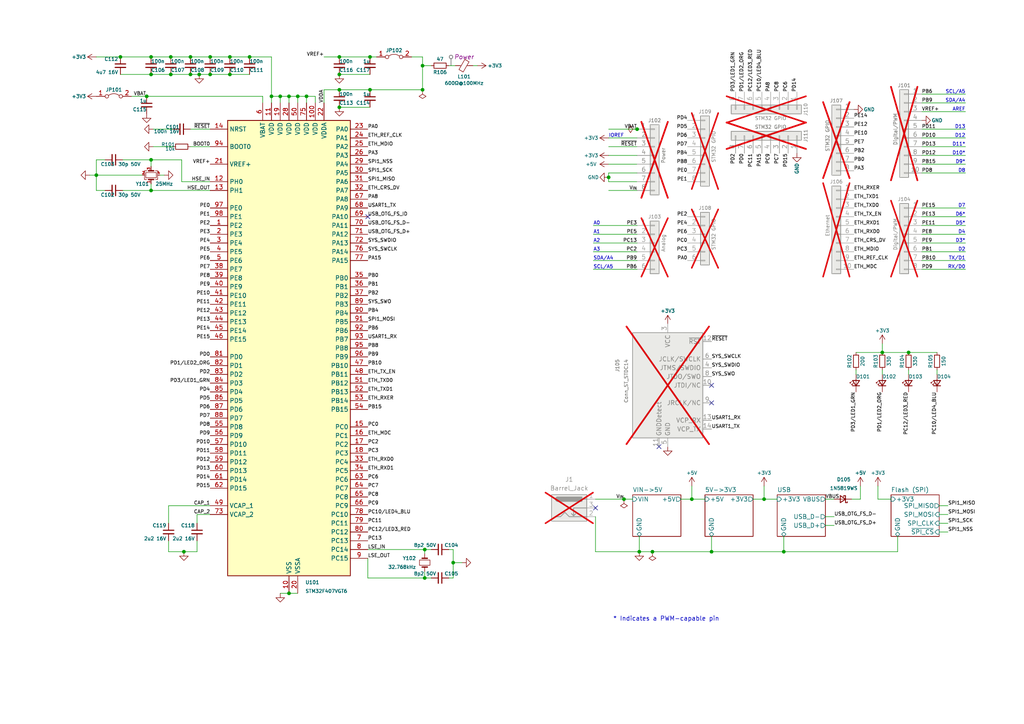
<source format=kicad_sch>
(kicad_sch (version 20230121) (generator eeschema)
  (paper "A4")
  (title_block (date "mar. 31 mars 2015"))
  (lib_symbols
    (symbol "+3V3_1" (power) (pin_names (offset 0))
      (property "Value" "+3V3_1" (at 0 3.556 0))
      (symbol "+3V3_1_1_1"
        (pin power_in line (at 0 0 90) (length 0) hide (name "+3V3") (number "1"))
      )
    )
    (symbol "Connector:Barrel_Jack_Switch" (pin_names hide)
      (property "Reference" "J" (at 0 5.334 0))
      (property "Value" "Barrel_Jack_Switch" (at 0 -5.08 0))
      (symbol "Barrel_Jack_Switch_1_1"
        (pin passive line (at 7.62 2.54 180) (length 2.54) (name "~") (number "1"))
        (pin passive line (at 7.62 -2.54 180) (length 2.54) (name "~") (number "2"))
        (pin passive line (at 7.62 0 180) (length 2.54) (name "~") (number "3"))
      )
    )
    (symbol "Connector:Conn_ST_STDC14"
      (property "Reference" "J" (at -8.89 16.51 0))
      (property "Value" "Conn_ST_STDC14" (at 17.78 16.51 0))
      (symbol "Conn_ST_STDC14_1_1"
        (pin no_connect line (at -10.16 5.08 0) (length 2.54) hide (name "NC") (number "1"))
        (pin output line (at 12.7 0 180) (length 2.54) (name "JTDI/NC") (number "10"))
        (pin passive line (at -2.54 -17.78 90) (length 2.54) (name "GNDDetect") (number "11"))
        (pin open_collector line (at 12.7 12.7 180) (length 2.54) (name "~{RST}") (number "12"))
        (pin output line (at 12.7 -10.16 180) (length 2.54) (name "VCP_RX") (number "13"))
        (pin input line (at 12.7 -12.7 180) (length 2.54) (name "VCP_TX") (number "14"))
        (pin no_connect line (at -10.16 2.54 0) (length 2.54) hide (name "NC") (number "2"))
        (pin power_in line (at 0 17.78 270) (length 2.54) (name "VCC") (number "3"))
        (pin bidirectional line (at 12.7 5.08 180) (length 2.54) (name "JTMS/SWDIO") (number "4"))
        (pin power_in line (at 0 -17.78 90) (length 2.54) (name "GND") (number "5"))
        (pin output line (at 12.7 7.62 180) (length 2.54) (name "JCLK/SWCLK") (number "6"))
        (pin passive line (at 0 -17.78 90) (length 2.54) hide (name "GND") (number "7"))
        (pin input line (at 12.7 2.54 180) (length 2.54) (name "JTDO/SWO") (number "8"))
        (pin input line (at 12.7 -5.08 180) (length 2.54) (name "JRCLK/NC") (number "9"))
      )
    )
    (symbol "Connector_Generic:Conn_01x06" (pin_names (offset 1.016) hide)
      (property "Reference" "J" (at 0 7.62 0))
      (property "Value" "Conn_01x06" (at 0 -10.16 0))
      (symbol "Conn_01x06_1_1"
        (pin passive line (at -5.08 5.08 0) (length 3.81) (name "Pin_1") (number "1"))
        (pin passive line (at -5.08 2.54 0) (length 3.81) (name "Pin_2") (number "2"))
        (pin passive line (at -5.08 0 0) (length 3.81) (name "Pin_3") (number "3"))
        (pin passive line (at -5.08 -2.54 0) (length 3.81) (name "Pin_4") (number "4"))
        (pin passive line (at -5.08 -5.08 0) (length 3.81) (name "Pin_5") (number "5"))
        (pin passive line (at -5.08 -7.62 0) (length 3.81) (name "Pin_6") (number "6"))
      )
    )
    (symbol "Connector_Generic:Conn_01x08" (pin_names (offset 1.016) hide)
      (property "Reference" "J" (at 0 10.16 0))
      (property "Value" "Conn_01x08" (at 0 -12.7 0))
      (symbol "Conn_01x08_1_1"
        (pin passive line (at -5.08 7.62 0) (length 3.81) (name "Pin_1") (number "1"))
        (pin passive line (at -5.08 5.08 0) (length 3.81) (name "Pin_2") (number "2"))
        (pin passive line (at -5.08 2.54 0) (length 3.81) (name "Pin_3") (number "3"))
        (pin passive line (at -5.08 0 0) (length 3.81) (name "Pin_4") (number "4"))
        (pin passive line (at -5.08 -2.54 0) (length 3.81) (name "Pin_5") (number "5"))
        (pin passive line (at -5.08 -5.08 0) (length 3.81) (name "Pin_6") (number "6"))
        (pin passive line (at -5.08 -7.62 0) (length 3.81) (name "Pin_7") (number "7"))
        (pin passive line (at -5.08 -10.16 0) (length 3.81) (name "Pin_8") (number "8"))
      )
    )
    (symbol "Connector_Generic:Conn_01x10" (pin_names (offset 1.016) hide)
      (property "Reference" "J" (at 0 12.7 0))
      (property "Value" "Conn_01x10" (at 0 -15.24 0))
      (symbol "Conn_01x10_1_1"
        (pin passive line (at -5.08 10.16 0) (length 3.81) (name "Pin_1") (number "1"))
        (pin passive line (at -5.08 -12.7 0) (length 3.81) (name "Pin_10") (number "10"))
        (pin passive line (at -5.08 7.62 0) (length 3.81) (name "Pin_2") (number "2"))
        (pin passive line (at -5.08 5.08 0) (length 3.81) (name "Pin_3") (number "3"))
        (pin passive line (at -5.08 2.54 0) (length 3.81) (name "Pin_4") (number "4"))
        (pin passive line (at -5.08 0 0) (length 3.81) (name "Pin_5") (number "5"))
        (pin passive line (at -5.08 -2.54 0) (length 3.81) (name "Pin_6") (number "6"))
        (pin passive line (at -5.08 -5.08 0) (length 3.81) (name "Pin_7") (number "7"))
        (pin passive line (at -5.08 -7.62 0) (length 3.81) (name "Pin_8") (number "8"))
        (pin passive line (at -5.08 -10.16 0) (length 3.81) (name "Pin_9") (number "9"))
      )
    )
    (symbol "Device:C_Small" (pin_numbers hide) (pin_names (offset 0.254) hide)
      (property "Reference" "C" (at 0.254 1.778 0))
      (property "Value" "C_Small" (at 0.254 -2.032 0))
      (symbol "C_Small_1_1"
        (pin passive line (at 0 2.54 270) (length 2.032) (name "~") (number "1"))
        (pin passive line (at 0 -2.54 90) (length 2.032) (name "~") (number "2"))
      )
    )
    (symbol "Device:Crystal_GND24_Small" (pin_names (offset 1.016) hide)
      (property "Reference" "Y" (at 1.27 4.445 0))
      (property "Value" "Crystal_GND24_Small" (at 1.27 2.54 0))
      (symbol "Crystal_GND24_Small_1_1"
        (pin passive line (at -2.54 0 0) (length 1.27) (name "1") (number "1"))
        (pin passive line (at 0 -2.54 90) (length 0.635) (name "2") (number "2"))
        (pin passive line (at 2.54 0 180) (length 1.27) (name "3") (number "3"))
        (pin passive line (at 0 2.54 270) (length 0.635) (name "4") (number "4"))
      )
    )
    (symbol "Device:Crystal_Small" (pin_numbers hide) (pin_names (offset 1.016) hide)
      (property "Reference" "Y" (at 0 2.54 0))
      (property "Value" "Crystal_Small" (at 0 -2.54 0))
      (symbol "Crystal_Small_1_1"
        (pin passive line (at -2.54 0 0) (length 1.27) (name "1") (number "1"))
        (pin passive line (at 2.54 0 180) (length 1.27) (name "2") (number "2"))
      )
    )
    (symbol "Device:D_Schottky_Small" (pin_numbers hide) (pin_names (offset 0.254) hide)
      (property "Reference" "D" (at -1.27 2.032 0))
      (property "Value" "D_Schottky_Small" (at -7.112 -2.032 0))
      (symbol "D_Schottky_Small_1_1"
        (pin passive line (at -2.54 0 0) (length 1.778) (name "K") (number "1"))
        (pin passive line (at 2.54 0 180) (length 1.778) (name "A") (number "2"))
      )
    )
    (symbol "Device:FerriteBead_Small" (pin_numbers hide) (pin_names (offset 0))
      (property "Reference" "FB" (at 1.905 1.27 0))
      (property "Value" "FerriteBead_Small" (at 1.905 -1.27 0))
      (symbol "FerriteBead_Small_1_1"
        (pin passive line (at 0 2.54 270) (length 1.27) (name "~") (number "1"))
        (pin passive line (at 0 -2.54 90) (length 1.27) (name "~") (number "2"))
      )
    )
    (symbol "Device:LED_Small" (pin_numbers hide) (pin_names (offset 0.254) hide)
      (property "Reference" "D" (at -1.27 3.175 0))
      (property "Value" "LED_Small" (at -4.445 -2.54 0))
      (symbol "LED_Small_1_1"
        (pin passive line (at -2.54 0 0) (length 1.778) (name "K") (number "1"))
        (pin passive line (at 2.54 0 180) (length 1.778) (name "A") (number "2"))
      )
    )
    (symbol "Device:R_Small" (pin_numbers hide) (pin_names (offset 0.254) hide)
      (property "Reference" "R" (at 0.762 0.508 0))
      (property "Value" "R_Small" (at 0.762 -1.016 0))
      (symbol "R_Small_1_1"
        (pin passive line (at 0 2.54 270) (length 0.762) (name "~") (number "1"))
        (pin passive line (at 0 -2.54 90) (length 0.762) (name "~") (number "2"))
      )
    )
    (symbol "Jumper:Jumper_2_Bridged" (pin_names (offset 0) hide)
      (property "Reference" "JP" (at 0 1.905 0))
      (property "Value" "Jumper_2_Bridged" (at 0 -2.54 0))
      (symbol "Jumper_2_Bridged_1_1"
        (pin passive line (at -5.08 0 0) (length 2.54) (name "A") (number "1"))
        (pin passive line (at 5.08 0 180) (length 2.54) (name "B") (number "2"))
      )
    )
    (symbol "MCU_ST_STM32F4:STM32F407VGTx"
      (property "Reference" "U" (at -17.78 67.31 0))
      (property "Value" "STM32F407VGTx" (at 12.7 67.31 0))
      (symbol "STM32F407VGTx_1_1"
        (pin bidirectional line (at -22.86 35.56 0) (length 5.08) (name "PE2") (number "1"))
        (pin power_in line (at 0 -71.12 90) (length 5.08) (name "VSS") (number "10"))
        (pin power_in line (at 7.62 71.12 270) (length 5.08) (name "VDD") (number "100"))
        (pin power_in line (at -5.08 71.12 270) (length 5.08) (name "VDD") (number "11"))
        (pin bidirectional line (at -22.86 48.26 0) (length 5.08) (name "PH0") (number "12"))
        (pin bidirectional line (at -22.86 45.72 0) (length 5.08) (name "PH1") (number "13"))
        (pin input line (at -22.86 63.5 0) (length 5.08) (name "NRST") (number "14"))
        (pin bidirectional line (at 22.86 -22.86 180) (length 5.08) (name "PC0") (number "15"))
        (pin bidirectional line (at 22.86 -25.4 180) (length 5.08) (name "PC1") (number "16"))
        (pin bidirectional line (at 22.86 -27.94 180) (length 5.08) (name "PC2") (number "17"))
        (pin bidirectional line (at 22.86 -30.48 180) (length 5.08) (name "PC3") (number "18"))
        (pin power_in line (at -2.54 71.12 270) (length 5.08) (name "VDD") (number "19"))
        (pin bidirectional line (at -22.86 33.02 0) (length 5.08) (name "PE3") (number "2"))
        (pin power_in line (at 2.54 -71.12 90) (length 5.08) (name "VSSA") (number "20"))
        (pin input line (at -22.86 53.34 0) (length 5.08) (name "VREF+") (number "21"))
        (pin power_in line (at 10.16 71.12 270) (length 5.08) (name "VDDA") (number "22"))
        (pin bidirectional line (at 22.86 63.5 180) (length 5.08) (name "PA0") (number "23"))
        (pin bidirectional line (at 22.86 60.96 180) (length 5.08) (name "PA1") (number "24"))
        (pin bidirectional line (at 22.86 58.42 180) (length 5.08) (name "PA2") (number "25"))
        (pin bidirectional line (at 22.86 55.88 180) (length 5.08) (name "PA3") (number "26"))
        (pin passive line (at 0 -71.12 90) (length 5.08) hide (name "VSS") (number "27"))
        (pin power_in line (at 0 71.12 270) (length 5.08) (name "VDD") (number "28"))
        (pin bidirectional line (at 22.86 53.34 180) (length 5.08) (name "PA4") (number "29"))
        (pin bidirectional line (at -22.86 30.48 0) (length 5.08) (name "PE4") (number "3"))
        (pin bidirectional line (at 22.86 50.8 180) (length 5.08) (name "PA5") (number "30"))
        (pin bidirectional line (at 22.86 48.26 180) (length 5.08) (name "PA6") (number "31"))
        (pin bidirectional line (at 22.86 45.72 180) (length 5.08) (name "PA7") (number "32"))
        (pin bidirectional line (at 22.86 -33.02 180) (length 5.08) (name "PC4") (number "33"))
        (pin bidirectional line (at 22.86 -35.56 180) (length 5.08) (name "PC5") (number "34"))
        (pin bidirectional line (at 22.86 20.32 180) (length 5.08) (name "PB0") (number "35"))
        (pin bidirectional line (at 22.86 17.78 180) (length 5.08) (name "PB1") (number "36"))
        (pin bidirectional line (at 22.86 15.24 180) (length 5.08) (name "PB2") (number "37"))
        (pin bidirectional line (at -22.86 22.86 0) (length 5.08) (name "PE7") (number "38"))
        (pin bidirectional line (at -22.86 20.32 0) (length 5.08) (name "PE8") (number "39"))
        (pin bidirectional line (at -22.86 27.94 0) (length 5.08) (name "PE5") (number "4"))
        (pin bidirectional line (at -22.86 17.78 0) (length 5.08) (name "PE9") (number "40"))
        (pin bidirectional line (at -22.86 15.24 0) (length 5.08) (name "PE10") (number "41"))
        (pin bidirectional line (at -22.86 12.7 0) (length 5.08) (name "PE11") (number "42"))
        (pin bidirectional line (at -22.86 10.16 0) (length 5.08) (name "PE12") (number "43"))
        (pin bidirectional line (at -22.86 7.62 0) (length 5.08) (name "PE13") (number "44"))
        (pin bidirectional line (at -22.86 5.08 0) (length 5.08) (name "PE14") (number "45"))
        (pin bidirectional line (at -22.86 2.54 0) (length 5.08) (name "PE15") (number "46"))
        (pin bidirectional line (at 22.86 -5.08 180) (length 5.08) (name "PB10") (number "47"))
        (pin bidirectional line (at 22.86 -7.62 180) (length 5.08) (name "PB11") (number "48"))
        (pin power_out line (at -22.86 -45.72 0) (length 5.08) (name "VCAP_1") (number "49"))
        (pin bidirectional line (at -22.86 25.4 0) (length 5.08) (name "PE6") (number "5"))
        (pin power_in line (at 2.54 71.12 270) (length 5.08) (name "VDD") (number "50"))
        (pin bidirectional line (at 22.86 -10.16 180) (length 5.08) (name "PB12") (number "51"))
        (pin bidirectional line (at 22.86 -12.7 180) (length 5.08) (name "PB13") (number "52"))
        (pin bidirectional line (at 22.86 -15.24 180) (length 5.08) (name "PB14") (number "53"))
        (pin bidirectional line (at 22.86 -17.78 180) (length 5.08) (name "PB15") (number "54"))
        (pin bidirectional line (at -22.86 -22.86 0) (length 5.08) (name "PD8") (number "55"))
        (pin bidirectional line (at -22.86 -25.4 0) (length 5.08) (name "PD9") (number "56"))
        (pin bidirectional line (at -22.86 -27.94 0) (length 5.08) (name "PD10") (number "57"))
        (pin bidirectional line (at -22.86 -30.48 0) (length 5.08) (name "PD11") (number "58"))
        (pin bidirectional line (at -22.86 -33.02 0) (length 5.08) (name "PD12") (number "59"))
        (pin power_in line (at -7.62 71.12 270) (length 5.08) (name "VBAT") (number "6"))
        (pin bidirectional line (at -22.86 -35.56 0) (length 5.08) (name "PD13") (number "60"))
        (pin bidirectional line (at -22.86 -38.1 0) (length 5.08) (name "PD14") (number "61"))
        (pin bidirectional line (at -22.86 -40.64 0) (length 5.08) (name "PD15") (number "62"))
        (pin bidirectional line (at 22.86 -38.1 180) (length 5.08) (name "PC6") (number "63"))
        (pin bidirectional line (at 22.86 -40.64 180) (length 5.08) (name "PC7") (number "64"))
        (pin bidirectional line (at 22.86 -43.18 180) (length 5.08) (name "PC8") (number "65"))
        (pin bidirectional line (at 22.86 -45.72 180) (length 5.08) (name "PC9") (number "66"))
        (pin bidirectional line (at 22.86 43.18 180) (length 5.08) (name "PA8") (number "67"))
        (pin bidirectional line (at 22.86 40.64 180) (length 5.08) (name "PA9") (number "68"))
        (pin bidirectional line (at 22.86 38.1 180) (length 5.08) (name "PA10") (number "69"))
        (pin bidirectional line (at 22.86 -55.88 180) (length 5.08) (name "PC13") (number "7"))
        (pin bidirectional line (at 22.86 35.56 180) (length 5.08) (name "PA11") (number "70"))
        (pin bidirectional line (at 22.86 33.02 180) (length 5.08) (name "PA12") (number "71"))
        (pin bidirectional line (at 22.86 30.48 180) (length 5.08) (name "PA13") (number "72"))
        (pin power_out line (at -22.86 -48.26 0) (length 5.08) (name "VCAP_2") (number "73"))
        (pin passive line (at 0 -71.12 90) (length 5.08) hide (name "VSS") (number "74"))
        (pin power_in line (at 5.08 71.12 270) (length 5.08) (name "VDD") (number "75"))
        (pin bidirectional line (at 22.86 27.94 180) (length 5.08) (name "PA14") (number "76"))
        (pin bidirectional line (at 22.86 25.4 180) (length 5.08) (name "PA15") (number "77"))
        (pin bidirectional line (at 22.86 -48.26 180) (length 5.08) (name "PC10") (number "78"))
        (pin bidirectional line (at 22.86 -50.8 180) (length 5.08) (name "PC11") (number "79"))
        (pin bidirectional line (at 22.86 -58.42 180) (length 5.08) (name "PC14") (number "8"))
        (pin bidirectional line (at 22.86 -53.34 180) (length 5.08) (name "PC12") (number "80"))
        (pin bidirectional line (at -22.86 -2.54 0) (length 5.08) (name "PD0") (number "81"))
        (pin bidirectional line (at -22.86 -5.08 0) (length 5.08) (name "PD1") (number "82"))
        (pin bidirectional line (at -22.86 -7.62 0) (length 5.08) (name "PD2") (number "83"))
        (pin bidirectional line (at -22.86 -10.16 0) (length 5.08) (name "PD3") (number "84"))
        (pin bidirectional line (at -22.86 -12.7 0) (length 5.08) (name "PD4") (number "85"))
        (pin bidirectional line (at -22.86 -15.24 0) (length 5.08) (name "PD5") (number "86"))
        (pin bidirectional line (at -22.86 -17.78 0) (length 5.08) (name "PD6") (number "87"))
        (pin bidirectional line (at -22.86 -20.32 0) (length 5.08) (name "PD7") (number "88"))
        (pin bidirectional line (at 22.86 12.7 180) (length 5.08) (name "PB3") (number "89"))
        (pin bidirectional line (at 22.86 -60.96 180) (length 5.08) (name "PC15") (number "9"))
        (pin bidirectional line (at 22.86 10.16 180) (length 5.08) (name "PB4") (number "90"))
        (pin bidirectional line (at 22.86 7.62 180) (length 5.08) (name "PB5") (number "91"))
        (pin bidirectional line (at 22.86 5.08 180) (length 5.08) (name "PB6") (number "92"))
        (pin bidirectional line (at 22.86 2.54 180) (length 5.08) (name "PB7") (number "93"))
        (pin input line (at -22.86 58.42 0) (length 5.08) (name "BOOT0") (number "94"))
        (pin bidirectional line (at 22.86 0 180) (length 5.08) (name "PB8") (number "95"))
        (pin bidirectional line (at 22.86 -2.54 180) (length 5.08) (name "PB9") (number "96"))
        (pin bidirectional line (at -22.86 40.64 0) (length 5.08) (name "PE0") (number "97"))
        (pin bidirectional line (at -22.86 38.1 0) (length 5.08) (name "PE1") (number "98"))
        (pin passive line (at 0 -71.12 90) (length 5.08) hide (name "VSS") (number "99"))
      )
    )
    (symbol "power:+5V" (power) (pin_names (offset 0))
      (property "Value" "+5V" (at 0 3.556 0))
      (symbol "+5V_1_1"
        (pin power_in line (at 0 0 90) (length 0) hide (name "+5V") (number "1"))
      )
    )
    (symbol "power:GND" (power) (pin_names (offset 0))
      (property "Value" "GND" (at 0 -3.81 0))
      (symbol "GND_1_1"
        (pin power_in line (at 0 0 270) (length 0) hide (name "GND") (number "1"))
      )
    )
    (symbol "power:PWR_FLAG" (power) (pin_numbers hide) (pin_names (offset 0) hide)
      (property "Value" "PWR_FLAG" (at 0 3.81 0))
      (symbol "PWR_FLAG_0_0"
        (pin power_out line (at 0 0 90) (length 0) (name "pwr") (number "1"))
      )
    )
  )
  (junction (at 227.33 160.02))
  (junction (at 43.815 16.51))
  (junction (at 86.36 27.94))
  (junction (at 122.555 19.05))
  (junction (at 43.815 55.245))
  (junction (at 34.925 16.51))
  (junction (at 200.66 144.78))
  (junction (at 122.555 26.035))
  (junction (at 60.96 16.51))
  (junction (at 42.545 27.94))
  (junction (at 83.82 172.085))
  (junction (at 98.425 31.115))
  (junction (at 131.445 163.195))
  (junction (at 221.615 144.78))
  (junction (at 107.315 16.51))
  (junction (at 180.975 144.78))
  (junction (at 107.315 26.035))
  (junction (at 255.905 102.235))
  (junction (at 263.525 102.235))
  (junction (at 123.19 167.64))
  (junction (at 66.675 16.51))
  (junction (at 43.815 46.355))
  (junction (at 66.675 21.59))
  (junction (at 55.245 16.51))
  (junction (at 189.23 160.02))
  (junction (at 184.785 37.465))
  (junction (at 43.815 21.59))
  (junction (at 53.34 160.02))
  (junction (at 72.39 16.51))
  (junction (at 81.28 27.94))
  (junction (at 88.9 27.94))
  (junction (at 55.245 21.59))
  (junction (at 98.425 26.035))
  (junction (at 78.74 27.94))
  (junction (at 60.96 21.59))
  (junction (at 57.785 21.59))
  (junction (at 123.19 159.385))
  (junction (at 49.53 21.59))
  (junction (at 185.42 160.02))
  (junction (at 206.375 160.02))
  (junction (at 98.425 21.59))
  (junction (at 98.425 16.51))
  (junction (at 27.94 50.8))
  (junction (at 83.82 27.94))
  (junction (at 176.53 51.435))
  (junction (at 49.53 16.51))
  (no_connect (at 206.375 111.76))
  (no_connect (at 172.72 147.32))
  (no_connect (at 106.68 62.865))
  (no_connect (at 191.135 129.54))
  (no_connect (at 206.375 116.84))
  (wire (pts (xy 267.335 78.105) (xy 280.035 78.105)))
  (wire (pts (xy 248.285 107.315) (xy 248.285 108.585)))
  (wire (pts (xy 227.33 155.575) (xy 227.33 160.02)))
  (wire (pts (xy 43.815 55.245) (xy 60.96 55.245)))
  (wire (pts (xy 86.36 29.845) (xy 86.36 27.94)))
  (wire (pts (xy 122.555 16.51) (xy 122.555 19.05)))
  (wire (pts (xy 267.335 45.085) (xy 280.035 45.085)))
  (wire (pts (xy 122.555 19.05) (xy 125.095 19.05)))
  (wire (pts (xy 60.96 52.705) (xy 52.705 52.705)))
  (wire (pts (xy 91.44 29.845) (xy 91.44 27.94)))
  (wire (pts (xy 267.335 27.305) (xy 280.035 27.305)))
  (wire (pts (xy 60.96 146.685) (xy 48.895 146.685)))
  (wire (pts (xy 34.925 21.59) (xy 43.815 21.59)))
  (wire (pts (xy 83.82 172.085) (xy 86.36 172.085)))
  (wire (pts (xy 239.395 152.4) (xy 241.935 152.4)))
  (wire (pts (xy 52.705 52.705) (xy 52.705 46.355)))
  (wire (pts (xy 57.15 149.225) (xy 57.15 151.765)))
  (wire (pts (xy 172.085 78.105) (xy 184.785 78.105)))
  (wire (pts (xy 83.82 27.94) (xy 81.28 27.94)))
  (wire (pts (xy 176.53 50.165) (xy 176.53 51.435)))
  (wire (pts (xy 123.19 159.385) (xy 125.095 159.385)))
  (wire (pts (xy 206.375 160.02) (xy 206.375 155.575)))
  (wire (pts (xy 123.19 167.64) (xy 123.19 165.735)))
  (wire (pts (xy 38.1 27.94) (xy 42.545 27.94)))
  (wire (pts (xy 248.285 102.235) (xy 255.905 102.235)))
  (wire (pts (xy 263.525 107.315) (xy 263.525 108.585)))
  (wire (pts (xy 176.53 40.005) (xy 184.785 40.005)))
  (wire (pts (xy 48.895 160.02) (xy 53.34 160.02)))
  (wire (pts (xy 176.53 37.465) (xy 184.785 37.465)))
  (wire (pts (xy 106.68 167.64) (xy 123.19 167.64)))
  (wire (pts (xy 272.415 151.765) (xy 274.955 151.765)))
  (wire (pts (xy 172.72 160.02) (xy 185.42 160.02)))
  (wire (pts (xy 34.925 16.51) (xy 43.815 16.51)))
  (wire (pts (xy 263.525 102.235) (xy 271.78 102.235)))
  (wire (pts (xy 271.78 107.315) (xy 271.78 108.585)))
  (wire (pts (xy 267.335 37.465) (xy 280.035 37.465)))
  (wire (pts (xy 81.28 29.845) (xy 81.28 27.94)))
  (wire (pts (xy 55.245 16.51) (xy 60.96 16.51)))
  (wire (pts (xy 125.095 167.64) (xy 123.19 167.64)))
  (wire (pts (xy 267.335 60.325) (xy 280.035 60.325)))
  (wire (pts (xy 185.42 160.02) (xy 189.23 160.02)))
  (wire (pts (xy 88.9 29.845) (xy 88.9 27.94)))
  (wire (pts (xy 184.785 65.405) (xy 172.085 65.405)))
  (wire (pts (xy 57.15 160.02) (xy 57.15 156.845)))
  (wire (pts (xy 267.335 40.005) (xy 280.035 40.005)))
  (wire (pts (xy 176.53 47.625) (xy 184.785 47.625)))
  (wire (pts (xy 78.74 16.51) (xy 78.74 27.94)))
  (wire (pts (xy 43.815 48.26) (xy 43.815 46.355)))
  (wire (pts (xy 267.335 62.865) (xy 280.035 62.865)))
  (wire (pts (xy 255.905 99.695) (xy 255.905 102.235)))
  (wire (pts (xy 81.28 172.085) (xy 83.82 172.085)))
  (wire (pts (xy 66.675 21.59) (xy 72.39 21.59)))
  (wire (pts (xy 43.815 46.355) (xy 35.56 46.355)))
  (wire (pts (xy 176.53 50.165) (xy 184.785 50.165)))
  (wire (pts (xy 176.53 52.705) (xy 184.785 52.705)))
  (wire (pts (xy 98.425 26.035) (xy 107.315 26.035)))
  (wire (pts (xy 55.245 37.465) (xy 60.96 37.465)))
  (wire (pts (xy 197.485 144.78) (xy 200.66 144.78)))
  (wire (pts (xy 260.35 155.575) (xy 260.35 160.02)))
  (wire (pts (xy 267.335 47.625) (xy 280.035 47.625)))
  (wire (pts (xy 43.815 16.51) (xy 49.53 16.51)))
  (wire (pts (xy 27.94 50.8) (xy 26.035 50.8)))
  (wire (pts (xy 200.66 140.97) (xy 200.66 144.78)))
  (wire (pts (xy 78.74 16.51) (xy 72.39 16.51)))
  (wire (pts (xy 98.425 31.115) (xy 107.315 31.115)))
  (wire (pts (xy 267.335 67.945) (xy 280.035 67.945)))
  (wire (pts (xy 185.42 155.575) (xy 185.42 160.02)))
  (wire (pts (xy 249.555 144.78) (xy 247.015 144.78)))
  (wire (pts (xy 122.555 26.035) (xy 122.555 19.05)))
  (wire (pts (xy 176.53 45.085) (xy 184.785 45.085)))
  (wire (pts (xy 227.33 160.02) (xy 206.375 160.02)))
  (wire (pts (xy 27.94 55.245) (xy 30.48 55.245)))
  (wire (pts (xy 93.98 26.035) (xy 93.98 29.845)))
  (wire (pts (xy 98.425 26.035) (xy 93.98 26.035)))
  (wire (pts (xy 131.445 167.64) (xy 130.175 167.64)))
  (wire (pts (xy 176.53 55.245) (xy 184.785 55.245)))
  (wire (pts (xy 35.56 55.245) (xy 43.815 55.245)))
  (wire (pts (xy 189.23 160.02) (xy 206.375 160.02)))
  (wire (pts (xy 176.53 42.545) (xy 184.785 42.545)))
  (wire (pts (xy 183.515 144.78) (xy 180.975 144.78)))
  (wire (pts (xy 267.335 32.385) (xy 280.035 32.385)))
  (wire (pts (xy 48.895 156.845) (xy 48.895 160.02)))
  (wire (pts (xy 81.28 27.94) (xy 78.74 27.94)))
  (wire (pts (xy 184.785 70.485) (xy 172.085 70.485)))
  (wire (pts (xy 172.72 144.78) (xy 180.975 144.78)))
  (wire (pts (xy 88.9 27.94) (xy 86.36 27.94)))
  (wire (pts (xy 106.68 161.925) (xy 106.68 167.64)))
  (wire (pts (xy 76.2 27.94) (xy 76.2 29.845)))
  (wire (pts (xy 44.45 42.545) (xy 50.165 42.545)))
  (wire (pts (xy 44.45 37.465) (xy 50.165 37.465)))
  (wire (pts (xy 60.96 149.225) (xy 57.15 149.225)))
  (wire (pts (xy 91.44 27.94) (xy 88.9 27.94)))
  (wire (pts (xy 86.36 27.94) (xy 83.82 27.94)))
  (wire (pts (xy 60.96 21.59) (xy 66.675 21.59)))
  (wire (pts (xy 27.94 16.51) (xy 34.925 16.51)))
  (wire (pts (xy 172.72 149.86) (xy 172.72 160.02)))
  (wire (pts (xy 218.44 144.78) (xy 221.615 144.78)))
  (wire (pts (xy 255.905 102.235) (xy 263.525 102.235)))
  (wire (pts (xy 172.085 67.945) (xy 184.785 67.945)))
  (wire (pts (xy 221.615 144.78) (xy 225.425 144.78)))
  (wire (pts (xy 27.94 50.8) (xy 41.275 50.8)))
  (wire (pts (xy 48.895 146.685) (xy 48.895 151.765)))
  (wire (pts (xy 254.635 140.97) (xy 254.635 144.78)))
  (wire (pts (xy 27.94 46.355) (xy 27.94 50.8)))
  (wire (pts (xy 131.445 163.195) (xy 131.445 167.64)))
  (wire (pts (xy 49.53 21.59) (xy 55.245 21.59)))
  (wire (pts (xy 137.16 19.05) (xy 138.43 19.05)))
  (wire (pts (xy 272.415 146.685) (xy 274.955 146.685)))
  (wire (pts (xy 119.38 16.51) (xy 122.555 16.51)))
  (wire (pts (xy 239.395 149.86) (xy 241.935 149.86)))
  (wire (pts (xy 30.48 46.355) (xy 27.94 46.355)))
  (wire (pts (xy 260.35 160.02) (xy 227.33 160.02)))
  (wire (pts (xy 106.68 159.385) (xy 123.19 159.385)))
  (wire (pts (xy 200.66 144.78) (xy 204.47 144.78)))
  (wire (pts (xy 131.445 159.385) (xy 130.175 159.385)))
  (wire (pts (xy 55.245 42.545) (xy 60.96 42.545)))
  (wire (pts (xy 267.335 42.545) (xy 280.035 42.545)))
  (wire (pts (xy 47.625 50.8) (xy 46.355 50.8)))
  (wire (pts (xy 43.815 21.59) (xy 49.53 21.59)))
  (wire (pts (xy 272.415 149.225) (xy 274.955 149.225)))
  (wire (pts (xy 66.675 16.51) (xy 72.39 16.51)))
  (wire (pts (xy 267.335 65.405) (xy 280.035 65.405)))
  (wire (pts (xy 172.085 73.025) (xy 184.785 73.025)))
  (wire (pts (xy 272.415 154.305) (xy 274.955 154.305)))
  (wire (pts (xy 27.94 50.8) (xy 27.94 55.245)))
  (wire (pts (xy 43.815 55.245) (xy 43.815 53.34)))
  (wire (pts (xy 239.395 144.78) (xy 241.935 144.78)))
  (wire (pts (xy 60.96 16.51) (xy 66.675 16.51)))
  (wire (pts (xy 78.74 27.94) (xy 78.74 29.845)))
  (wire (pts (xy 55.245 21.59) (xy 57.785 21.59)))
  (wire (pts (xy 107.315 26.035) (xy 122.555 26.035)))
  (wire (pts (xy 267.335 29.845) (xy 280.035 29.845)))
  (wire (pts (xy 107.315 16.51) (xy 109.22 16.51)))
  (wire (pts (xy 249.555 140.97) (xy 249.555 144.78)))
  (wire (pts (xy 267.335 73.025) (xy 280.035 73.025)))
  (wire (pts (xy 98.425 16.51) (xy 107.315 16.51)))
  (wire (pts (xy 83.82 29.845) (xy 83.82 27.94)))
  (wire (pts (xy 267.335 70.485) (xy 280.035 70.485)))
  (wire (pts (xy 123.19 160.655) (xy 123.19 159.385)))
  (wire (pts (xy 254.635 144.78) (xy 258.445 144.78)))
  (wire (pts (xy 221.615 140.97) (xy 221.615 144.78)))
  (wire (pts (xy 93.98 16.51) (xy 98.425 16.51)))
  (wire (pts (xy 255.905 107.315) (xy 255.905 108.585)))
  (wire (pts (xy 53.34 160.02) (xy 57.15 160.02)))
  (wire (pts (xy 131.445 159.385) (xy 131.445 163.195)))
  (wire (pts (xy 49.53 16.51) (xy 55.245 16.51)))
  (wire (pts (xy 130.175 19.05) (xy 132.08 19.05)))
  (wire (pts (xy 267.335 75.565) (xy 280.035 75.565)))
  (wire (pts (xy 133.985 163.195) (xy 131.445 163.195)))
  (wire (pts (xy 184.785 75.565) (xy 172.085 75.565)))
  (wire (pts (xy 52.705 46.355) (xy 43.815 46.355)))
  (wire (pts (xy 176.53 51.435) (xy 176.53 52.705)))
  (wire (pts (xy 57.785 21.59) (xy 60.96 21.59)))
  (wire (pts (xy 267.335 50.165) (xy 280.035 50.165)))
  (wire (pts (xy 42.545 27.94) (xy 76.2 27.94)))
  (wire (pts (xy 98.425 21.59) (xy 107.315 21.59)))
  (text "A1" (at 172.085 67.945 0) (effects (font (size 1 1)) (justify left bottom)))
  (text "SDA/A4" (at 172.085 75.565 0) (effects (font (size 1 1)) (justify left bottom)))
  (text "AREF" (at 280.035 32.385 0) (effects (font (size 1 1)) (justify right bottom)))
  (text "D13" (at 280.035 37.465 0) (effects (font (size 1 1)) (justify right bottom)))
  (text "D2" (at 280.035 73.025 0) (effects (font (size 1 1)) (justify right bottom)))
  (text "D7" (at 280.035 60.325 0) (effects (font (size 1 1)) (justify right bottom)))
  (text "D10*" (at 280.035 45.085 0) (effects (font (size 1 1)) (justify right bottom)))
  (text "A3" (at 172.085 73.025 0) (effects (font (size 1 1)) (justify left bottom)))
  (text "D4" (at 280.035 67.945 0) (effects (font (size 1 1)) (justify right bottom)))
  (text "SCL/A5" (at 280.035 27.305 0) (effects (font (size 1 1)) (justify right bottom)))
  (text "SCL/A5" (at 172.085 78.105 0) (effects (font (size 1 1)) (justify left bottom)))
  (text "A0" (at 172.085 65.405 0) (effects (font (size 1 1)) (justify left bottom)))
  (text "SDA/A4" (at 280.035 29.845 0) (effects (font (size 1 1)) (justify right bottom)))
  (text "D9*" (at 280.035 47.625 0) (effects (font (size 1 1)) (justify right bottom)))
  (text "* Indicates a PWM-capable pin" (at 177.8 180.34 0) (effects (font (size 1.27 1.27)) (justify left bottom)))
  (text "TX/D1" (at 280.035 75.565 0) (effects (font (size 1 1)) (justify right bottom)))
  (text "D3*" (at 280.035 70.485 0) (effects (font (size 1 1)) (justify right bottom)))
  (text "D6*" (at 280.035 62.865 0) (effects (font (size 1 1)) (justify right bottom)))
  (text "A2" (at 172.085 70.485 0) (effects (font (size 1 1)) (justify left bottom)))
  (text "RX/D0" (at 280.035 78.105 0) (effects (font (size 1 1)) (justify right bottom)))
  (text "D11*" (at 280.035 42.545 0) (effects (font (size 1 1)) (justify right bottom)))
  (text "D8" (at 280.035 50.165 0) (effects (font (size 1 1)) (justify right bottom)))
  (text "IOREF" (at 176.53 40.005 0) (effects (font (size 1 1)) (justify left bottom)))
  (text "D5*" (at 280.035 65.405 0) (effects (font (size 1 1)) (justify right bottom)))
  (text "D12" (at 280.035 40.005 0) (effects (font (size 1 1)) (justify right bottom)))
  (label "USB_OTG_FS_D-" (at 106.68 65.405 0) (effects (font (size 1 1))))
  (label "PA15" (at 106.68 75.565 0) (effects (font (size 1 1))))
  (label "PC11" (at 106.68 151.765 0) (effects (font (size 1 1))))
  (label "PB8" (at 199.39 47.625 180) (effects (font (size 1 1))))
  (label "PC12{slash}LED3_RED" (at 263.525 113.665 270) (effects (font (size 1 1))))
  (label "USART1_TX" (at 206.375 124.46 0) (effects (font (size 1 1))))
  (label "HSE_OUT" (at 60.96 55.245 180) (effects (font (size 1 1))))
  (label "SPI1_NSS" (at 106.68 47.625 0) (effects (font (size 1 1))))
  (label "PE5" (at 60.96 73.025 180) (effects (font (size 1 1))))
  (label "VBAT" (at 184.785 37.465 180) (effects (font (size 1 1))))
  (label "PD0" (at 215.9 44.45 270) (effects (font (size 1 1))))
  (label "PA3" (at 247.65 49.53 0) (effects (font (size 1 1))))
  (label "ETH_TXD0" (at 106.68 111.125 0) (effects (font (size 1 1))))
  (label "BOOT0" (at 60.96 42.545 180) (effects (font (size 1 1))))
  (label "PD9" (at 60.96 126.365 180) (effects (font (size 1 1))))
  (label "PB2" (at 247.65 44.45 0) (effects (font (size 1 1))))
  (label "PB15" (at 267.335 47.625 0) (effects (font (size 1 1))))
  (label "PB1" (at 267.335 73.025 0) (effects (font (size 1 1))))
  (label "PD14" (at 60.96 139.065 180) (effects (font (size 1 1))))
  (label "USART1_TX" (at 106.68 60.325 0) (effects (font (size 1 1))))
  (label "PD6" (at 60.96 118.745 180) (effects (font (size 1 1))))
  (label "USB_OTG_FS_ID" (at 106.68 62.865 0) (effects (font (size 1 1))))
  (label "PE5" (at 184.785 67.945 180) (effects (font (size 1 1))))
  (label "PB9" (at 184.785 75.565 180) (effects (font (size 1 1))))
  (label "PE4" (at 199.39 65.405 180) (effects (font (size 1 1))))
  (label "ETH_RXER" (at 247.65 55.245 0) (effects (font (size 1 1))))
  (label "ETH_RXER" (at 106.68 116.205 0) (effects (font (size 1 1))))
  (label "PB15" (at 106.68 118.745 0) (effects (font (size 1 1))))
  (label "PC13" (at 184.785 70.485 180) (effects (font (size 1 1))))
  (label "SYS_SWO" (at 206.375 109.22 0) (effects (font (size 1 1))))
  (label "PC8" (at 226.06 26.67 90) (effects (font (size 1 1))))
  (label "PE6" (at 60.96 75.565 180) (effects (font (size 1 1))))
  (label "LSE_IN" (at 106.68 159.385 0) (effects (font (size 1 1))))
  (label "ETH_MDIO" (at 247.65 73.025 0) (effects (font (size 1 1))))
  (label "PB10" (at 106.68 106.045 0) (effects (font (size 1 1))))
  (label "ETH_TXD1" (at 247.65 57.785 0) (effects (font (size 1 1))))
  (label "PD7" (at 60.96 121.285 180) (effects (font (size 1 1))))
  (label "ETH_MDC" (at 247.65 78.105 0) (effects (font (size 1 1))))
  (label "PD4" (at 60.96 113.665 180) (effects (font (size 1 1))))
  (label "PD7" (at 199.39 42.545 180) (effects (font (size 1 1))))
  (label "USART1_RX" (at 206.375 121.92 0) (effects (font (size 1 1))))
  (label "PD4" (at 199.39 34.925 180) (effects (font (size 1 1))))
  (label "VREF+" (at 93.98 16.51 180) (effects (font (size 1 1))))
  (label "VDDA" (at 93.98 29.845 90) (effects (font (size 1 1))))
  (label "USB_OTG_FS_D+" (at 241.935 152.4 0) (effects (font (size 1 1))))
  (label "PE11" (at 267.335 65.405 0) (effects (font (size 1 1))))
  (label "PC11" (at 218.44 44.45 270) (effects (font (size 1 1))))
  (label "PA8" (at 223.52 26.67 90) (effects (font (size 1 1))))
  (label "PD2" (at 213.36 44.45 270) (effects (font (size 1 1))))
  (label "CAP_1" (at 60.96 146.685 180) (effects (font (size 1 1))))
  (label "PC12{slash}LED3_RED" (at 218.44 26.67 90) (effects (font (size 1 1))))
  (label "PD3{slash}LED1_GRN" (at 213.36 26.67 90) (effects (font (size 1 1))))
  (label "PD13" (at 267.335 42.545 0) (effects (font (size 1 1))))
  (label "PE8" (at 60.96 80.645 180) (effects (font (size 1 1))))
  (label "~{RESET}" (at 184.785 42.545 180) (effects (font (size 1 1))))
  (label "PE2" (at 60.96 65.405 180) (effects (font (size 1 1))))
  (label "PC7" (at 226.06 44.45 270) (effects (font (size 1 1))))
  (label "ETH_RXD1" (at 106.68 136.525 0) (effects (font (size 1 1))))
  (label "PE14" (at 60.96 95.885 180) (effects (font (size 1 1))))
  (label "SPI1_MISO" (at 106.68 52.705 0) (effects (font (size 1 1))))
  (label "SPI1_NSS" (at 274.955 154.305 0) (effects (font (size 1 1))))
  (label "SPI1_SCK" (at 106.68 50.165 0) (effects (font (size 1 1))))
  (label "PE9" (at 60.96 83.185 180) (effects (font (size 1 1))))
  (label "PE10" (at 60.96 85.725 180) (effects (font (size 1 1))))
  (label "ETH_REF_CLK" (at 106.68 40.005 0) (effects (font (size 1 1))))
  (label "LSE_OUT" (at 106.68 161.925 0) (effects (font (size 1 1))))
  (label "PD12" (at 60.96 133.985 180) (effects (font (size 1 1))))
  (label "PE0" (at 60.96 60.325 180) (effects (font (size 1 1))))
  (label "USB_OTG_FS_D-" (at 241.935 149.86 0) (effects (font (size 1 1))))
  (label "PE4" (at 60.96 70.485 180) (effects (font (size 1 1))))
  (label "ETH_RXD0" (at 247.65 67.945 0) (effects (font (size 1 1))))
  (label "PB6" (at 184.785 78.105 180) (effects (font (size 1 1))))
  (label "PE0" (at 199.39 50.165 180) (effects (font (size 1 1))))
  (label "PD3{slash}LED1_GRN" (at 248.285 113.665 270) (effects (font (size 1 1))))
  (label "PA3" (at 106.68 45.085 0) (effects (font (size 1 1))))
  (label "PB6" (at 106.68 95.885 0) (effects (font (size 1 1))))
  (label "PC10{slash}LED4_BLU" (at 271.78 113.665 270) (effects (font (size 1 1))))
  (label "PE12" (at 247.65 36.83 0) (effects (font (size 1 1))))
  (label "PD14" (at 231.14 26.67 90) (effects (font (size 1 1))))
  (label "PC12{slash}LED3_RED" (at 106.68 154.305 0) (effects (font (size 1 1))))
  (label "~{RESET}" (at 206.375 99.06 0) (effects (font (size 1 1))))
  (label "PD9" (at 267.335 78.105 0) (effects (font (size 1 1))))
  (label "PE8" (at 267.335 67.945 0) (effects (font (size 1 1))))
  (label "PE3" (at 60.96 67.945 180) (effects (font (size 1 1))))
  (label "PC0" (at 199.39 70.485 180) (effects (font (size 1 1))))
  (label "PD5" (at 199.39 37.465 180) (effects (font (size 1 1))))
  (label "PB10" (at 267.335 75.565 0) (effects (font (size 1 1))))
  (label "PE6" (at 199.39 67.945 180) (effects (font (size 1 1))))
  (label "PD10" (at 60.96 128.905 180) (effects (font (size 1 1))))
  (label "PA0" (at 106.68 37.465 0) (effects (font (size 1 1))))
  (label "PE9" (at 267.335 70.485 0) (effects (font (size 1 1))))
  (label "PB0" (at 106.68 80.645 0) (effects (font (size 1 1))))
  (label "V_{IN}" (at 180.975 144.78 180) (effects (font (size 1 1))))
  (label "PE13" (at 60.96 93.345 180) (effects (font (size 1 1))))
  (label "PC9" (at 223.52 44.45 270) (effects (font (size 1 1))))
  (label "CAP_2" (at 60.96 149.225 180) (effects (font (size 1 1))))
  (label "VREF+" (at 60.96 47.625 180) (effects (font (size 1 1))))
  (label "PC10{slash}LED4_BLU" (at 106.68 149.225 0) (effects (font (size 1 1))))
  (label "PD1{slash}LED2_ORG" (at 255.905 113.665 270) (effects (font (size 1 1))))
  (label "PE14" (at 247.65 34.29 0) (effects (font (size 1 1))))
  (label "PD8" (at 60.96 123.825 180) (effects (font (size 1 1))))
  (label "PB6" (at 267.335 27.305 0) (effects (font (size 1 1))))
  (label "PD12" (at 267.335 45.085 0) (effects (font (size 1 1))))
  (label "PD13" (at 60.96 136.525 180) (effects (font (size 1 1))))
  (label "PE7" (at 60.96 78.105 180) (effects (font (size 1 1))))
  (label "SPI1_MOSI" (at 274.955 149.225 0) (effects (font (size 1 1))))
  (label "SPI1_SCK" (at 274.955 151.765 0) (effects (font (size 1 1))))
  (label "PC8" (at 106.68 144.145 0) (effects (font (size 1 1))))
  (label "PE7" (at 247.65 41.91 0) (effects (font (size 1 1))))
  (label "PD1{slash}LED2_ORG" (at 60.96 106.045 180) (effects (font (size 1 1))))
  (label "ETH_MDC" (at 106.68 126.365 0) (effects (font (size 1 1))))
  (label "VREF+" (at 267.335 32.385 0) (effects (font (size 1 1))))
  (label "PE3" (at 184.785 65.405 180) (effects (font (size 1 1))))
  (label "PB4" (at 199.39 45.085 180) (effects (font (size 1 1))))
  (label "PC13" (at 106.68 156.845 0) (effects (font (size 1 1))))
  (label "ETH_CRS_DV" (at 247.65 70.485 0) (effects (font (size 1 1))))
  (label "PD2" (at 60.96 108.585 180) (effects (font (size 1 1))))
  (label "ETH_REF_CLK" (at 247.65 75.565 0) (effects (font (size 1 1))))
  (label "HSE_IN" (at 60.96 52.705 180) (effects (font (size 1 1))))
  (label "PE15" (at 60.96 98.425 180) (effects (font (size 1 1))))
  (label "PD5" (at 60.96 116.205 180) (effects (font (size 1 1))))
  (label "PC6" (at 228.6 26.67 90) (effects (font (size 1 1))))
  (label "PC3" (at 106.68 131.445 0) (effects (font (size 1 1))))
  (label "PE1" (at 60.96 62.865 180) (effects (font (size 1 1))))
  (label "ETH_RXD0" (at 106.68 133.985 0) (effects (font (size 1 1))))
  (label "PC6" (at 106.68 139.065 0) (effects (font (size 1 1))))
  (label "PB2" (at 106.68 85.725 0) (effects (font (size 1 1))))
  (label "ETH_TX_EN" (at 106.68 108.585 0) (effects (font (size 1 1))))
  (label "~{RESET}" (at 60.96 37.465 180) (effects (font (size 1 1))))
  (label "PB9" (at 267.335 29.845 0) (effects (font (size 1 1))))
  (label "V_{IN}" (at 184.785 55.245 180) (effects (font (size 1 1))))
  (label "ETH_CRS_DV" (at 106.68 55.245 0) (effects (font (size 1 1))))
  (label "SPI1_MOSI" (at 106.68 93.345 0) (effects (font (size 1 1))))
  (label "SPI1_MISO" (at 274.955 146.685 0) (effects (font (size 1 1))))
  (label "USB_OTG_FS_D+" (at 106.68 67.945 0) (effects (font (size 1 1))))
  (label "PB4" (at 106.68 90.805 0) (effects (font (size 1 1))))
  (label "PE2" (at 199.39 62.865 180) (effects (font (size 1 1))))
  (label "PD15" (at 60.96 141.605 180) (effects (font (size 1 1))))
  (label "ETH_TX_EN" (at 247.65 62.865 0) (effects (font (size 1 1))))
  (label "PD11" (at 60.96 131.445 180) (effects (font (size 1 1))))
  (label "ETH_RXD1" (at 247.65 65.405 0) (effects (font (size 1 1))))
  (label "SYS_SWDIO" (at 206.375 106.68 0) (effects (font (size 1 1))))
  (label "PC0" (at 106.68 123.825 0) (effects (font (size 1 1))))
  (label "USART1_RX" (at 106.68 98.425 0) (effects (font (size 1 1))))
  (label "PC2" (at 106.68 128.905 0) (effects (font (size 1 1))))
  (label "SYS_SWO" (at 106.68 88.265 0) (effects (font (size 1 1))))
  (label "VBAT" (at 38.735 27.94 0) (effects (font (size 1 1))))
  (label "PD11" (at 267.335 37.465 0) (effects (font (size 1 1))))
  (label "PB9" (at 106.68 103.505 0) (effects (font (size 1 1))))
  (label "PC7" (at 106.68 141.605 0) (effects (font (size 1 1))))
  (label "ETH_TXD1" (at 106.68 113.665 0) (effects (font (size 1 1))))
  (label "PC10{slash}LED4_BLU" (at 220.98 26.67 90) (effects (font (size 1 1))))
  (label "PE1" (at 199.39 52.705 180) (effects (font (size 1 1))))
  (label "ETH_TXD0" (at 247.65 60.325 0) (effects (font (size 1 1))))
  (label "SYS_SWDIO" (at 106.68 70.485 0) (effects (font (size 1 1))))
  (label "PB0" (at 247.65 46.99 0) (effects (font (size 1 1))))
  (label "PB1" (at 106.68 83.185 0) (effects (font (size 1 1))))
  (label "PD3{slash}LED1_GRN" (at 60.96 111.125 180) (effects (font (size 1 1))))
  (label "PD10" (at 267.335 40.005 0) (effects (font (size 1 1))))
  (label "PE10" (at 247.65 39.37 0) (effects (font (size 1 1))))
  (label "PD0" (at 60.96 103.505 180) (effects (font (size 1 1))))
  (label "PD6" (at 199.39 40.005 180) (effects (font (size 1 1))))
  (label "PA0" (at 199.39 75.565 180) (effects (font (size 1 1))))
  (label "ETH_MDIO" (at 106.68 42.545 0) (effects (font (size 1 1))))
  (label "PE12" (at 60.96 90.805 180) (effects (font (size 1 1))))
  (label "PE13" (at 267.335 62.865 0) (effects (font (size 1 1))))
  (label "PD8" (at 267.335 50.165 0) (effects (font (size 1 1))))
  (label "PB8" (at 106.68 100.965 0) (effects (font (size 1 1))))
  (label "PE11" (at 60.96 88.265 180) (effects (font (size 1 1))))
  (label "PE15" (at 267.335 60.325 0) (effects (font (size 1 1))))
  (label "PC9" (at 106.68 146.685 0) (effects (font (size 1 1))))
  (label "PA15" (at 220.98 44.45 270) (effects (font (size 1 1))))
  (label "PA8" (at 106.68 57.785 0) (effects (font (size 1 1))))
  (label "SYS_SWCLK" (at 106.68 73.025 0) (effects (font (size 1 1))))
  (label "VBUS" (at 239.395 144.78 0) (effects (font (size 1 1))))
  (label "PC2" (at 184.785 73.025 180) (effects (font (size 1 1))))
  (label "PC3" (at 199.39 73.025 180) (effects (font (size 1 1))))
  (label "SYS_SWCLK" (at 206.375 104.14 0) (effects (font (size 1 1))))
  (label "PD1{slash}LED2_ORG" (at 215.9 26.67 90) (effects (font (size 1 1))))
  (label "PD15" (at 228.6 44.45 270) (effects (font (size 1 1))))
  (netclass_flag "" (length 2.54) (shape round) (at 130.81 19.05 0) (property "Netclass" "Power" (at 131.699 16.51 0) (effects (font italic) (justify left))))
  (symbol (lib_id "Connector_Generic:Conn_01x08") (at 189.865 45.085 0) (unit 1) (in_bom no) (dnp yes)
    (property "Reference" "J102" (at 189.865 34.925 0) (effects (font (size 1 1))))
    (property "Value" "Power" (at 192.405 45.085 90) (effects (font (size 1 1))))
    (property "Footprint" "Connector_PinSocket_2.54mm:PinSocket_1x08_P2.54mm_Vertical" (effects hide))
  )
  (symbol (lib_id "power:GND") (at 176.53 51.435 270) (unit 1)
    (property "Reference" "#PWR0106" (effects hide))
    (property "Value" "GND" (at 172.085 51.435 90) (effects (font (size 1 1))))
  )
  (symbol (lib_id "Connector_Generic:Conn_01x10") (at 262.255 37.465 0) (mirror y) (unit 1) (in_bom no) (dnp yes)
    (property "Reference" "J101" (at 262.255 24.765 0) (effects (font (size 1 1))))
    (property "Value" "Digital/PWM" (at 259.715 37.465 90) (effects (font (size 1 1))))
    (property "Footprint" "Connector_PinSocket_2.54mm:PinSocket_1x10_P2.54mm_Vertical" (effects hide))
  )
  (symbol (lib_id "Connector_Generic:Conn_01x06") (at 189.865 70.485 0) (unit 1) (in_bom no) (dnp yes)
    (property "Reference" "J103" (at 189.865 62.865 0) (effects (font (size 1 1))))
    (property "Value" "Analog" (at 192.405 70.485 90) (effects (font (size 1 1))))
    (property "Footprint" "Connector_PinSocket_2.54mm:PinSocket_1x06_P2.54mm_Vertical" (effects hide))
  )
  (symbol (lib_id "Connector_Generic:Conn_01x08") (at 262.255 67.945 0) (mirror y) (unit 1) (in_bom no) (dnp yes)
    (property "Reference" "J104" (at 262.255 57.785 0) (effects (font (size 1 1))))
    (property "Value" "Digital/PWM" (at 259.715 67.945 90) (effects (font (size 1 1))))
    (property "Footprint" "Connector_PinSocket_2.54mm:PinSocket_1x08_P2.54mm_Vertical" (effects hide))
  )
  (symbol (lib_id "Device:FerriteBead_Small") (at 134.62 19.05 90) (unit 1)
    (property "Reference" "L101" (at 134.62 22.225 90) (effects (font (size 1 1))))
    (property "Value" "600Ω@100MHz" (at 134.62 24.13 90) (effects (font (size 1 1))))
    (property "Footprint" "Inductor_SMD:L_0805_2012Metric" (effects hide))
    (property "Description" "300mΩ ±25% 600Ω@100MHz 0805  Ferrite Beads ROHS" (effects hide))
    (property "JLCPCB Part #" "C1017" (effects hide))
    (property "Manufacturer" "Sunlord" (effects hide))
    (property "Manufacturer_Part_Number" "GZ2012D601TF" (effects hide))
    (property "Partnumber" "GZ2012D601TF" (effects hide))
    (property "Manufacturer_Name" "Sunlord" (effects hide))
    (property "isBasicPart" "YES" (effects hide))
  )
  (symbol (lib_id "power:GND") (at 98.425 21.59 0) (unit 1)
    (property "Reference" "#PWR0127" (effects hide))
    (property "Value" "GND" (effects hide))
  )
  (symbol (lib_id "Device:C_Small") (at 72.39 19.05 0) (unit 1)
    (property "Reference" "C111" (at 72.39 20.32 0) (effects (font (size 1 1)) (justify left)))
    (property "Value" "100n" (at 72.39 17.78 0) (effects (font (size 1 1)) (justify left)))
    (property "Footprint" "Capacitor_SMD:C_0402_1005Metric" (effects hide))
    (property "Description" "16V 100nF X7R ±10% 0402  Multilayer Ceramic Capacitors MLCC - SMD/SMT ROHS" (effects hide))
    (property "JLCPCB Part #" "C1525" (effects hide))
    (property "Manufacturer" "Samsung Electro-Mechanics" (effects hide))
    (property "Partnumber" "CL05B104KO5NNNC" (effects hide))
    (property "isBasicPart" "YES" (effects hide))
  )
  (symbol (lib_name "+3V3_1") (lib_id "power:+3V3") (at 193.675 93.98 0) (unit 1)
    (property "Reference" "#PWR0108" (effects hide))
    (property "Value" "+3V3" (at 193.675 90.17 0) (effects (font (size 1 1))))
  )
  (symbol (lib_id "power:GND") (at 57.785 21.59 0) (unit 1)
    (property "Reference" "#PWR0107" (effects hide))
    (property "Value" "GND" (effects hide))
  )
  (symbol (lib_id "power:PWR_FLAG") (at 180.975 144.78 180) (unit 1)
    (property "Reference" "#FLG0102" (effects hide))
    (property "Value" "PWR_FLAG" (effects hide))
  )
  (symbol (lib_id "Connector_Generic:Conn_01x08") (at 223.52 31.75 270) (unit 1) (in_bom no) (dnp yes)
    (property "Reference" "J110" (at 233.68 31.75 0) (effects (font (size 1 1))))
    (property "Value" "STM32 GPIO" (at 223.52 34.29 90) (effects (font (size 1 1))))
    (property "Footprint" "Connector_PinSocket_2.54mm:PinSocket_1x08_P2.54mm_Vertical" (effects hide))
  )
  (symbol (lib_id "power:PWR_FLAG") (at 122.555 26.035 180) (unit 1)
    (property "Reference" "#FLG0103" (effects hide))
    (property "Value" "PWR_FLAG" (effects hide))
  )
  (symbol (lib_id "Device:C_Small") (at 48.895 154.305 0) (mirror y) (unit 1)
    (property "Reference" "C119" (at 48.26 152.4 0) (effects (font (size 1 1)) (justify left)))
    (property "Value" "2u2 16V" (at 48.26 156.21 0) (effects (font (size 1 1)) (justify left)))
    (property "Footprint" "Capacitor_SMD:C_0603_1608Metric" (effects hide))
    (property "Description" "16V 2.2uF X5R ±10% 0603  Multilayer Ceramic Capacitors MLCC - SMD/SMT ROHS" (effects hide))
    (property "JLCPCB Part #" "C23630" (effects hide))
    (property "Manufacturer" "Samsung Electro-Mechanics" (effects hide))
    (property "Partnumber" "CL10A225KO8NNNC" (effects hide))
    (property "isBasicPart" "YES" (effects hide))
  )
  (symbol (lib_id "Device:C_Small") (at 33.02 55.245 270) (mirror x) (unit 1)
    (property "Reference" "C102" (at 29.21 56.515 90) (effects (font (size 1 1)) (justify left)))
    (property "Value" "30p 50V" (at 34.29 56.515 90) (effects (font (size 1 1)) (justify left)))
    (property "Footprint" "Capacitor_SMD:C_0603_1608Metric" (effects hide))
    (property "Description" "50V 30pF C0G ±5% 0603  Multilayer Ceramic Capacitors MLCC - SMD/SMT ROHS" (effects hide))
    (property "JLCPCB Part #" "C1658" (effects hide))
    (property "Manufacturer" "FH (Guangdong Fenghua Advanced Tech)" (effects hide))
    (property "Partnumber" "0603CG300J500NT" (effects hide))
    (property "isBasicPart" "YES" (effects hide))
  )
  (symbol (lib_id "Device:C_Small") (at 98.425 19.05 0) (unit 1)
    (property "Reference" "C116" (at 98.425 20.32 0) (effects (font (size 1 1)) (justify left)))
    (property "Value" "100n" (at 98.425 17.78 0) (effects (font (size 1 1)) (justify left)))
    (property "Footprint" "Capacitor_SMD:C_0402_1005Metric" (effects hide))
    (property "Description" "16V 100nF X7R ±10% 0402  Multilayer Ceramic Capacitors MLCC - SMD/SMT ROHS" (effects hide))
    (property "JLCPCB Part #" "C1525" (effects hide))
    (property "Manufacturer" "Samsung Electro-Mechanics" (effects hide))
    (property "Partnumber" "CL05B104KO5NNNC" (effects hide))
    (property "isBasicPart" "YES" (effects hide))
  )
  (symbol (lib_id "power:GND") (at 53.34 160.02 0) (unit 1)
    (property "Reference" "#PWR0125" (effects hide))
    (property "Value" "GND" (effects hide))
  )
  (symbol (lib_id "Device:LED_Small") (at 271.78 111.125 90) (unit 1)
    (property "Reference" "D104" (at 271.78 109.22 90) (effects (font (size 1 1)) (justify right)))
    (property "Value" "LED blue" (effects hide))
    (property "Footprint" "LED_SMD:LED_0603_1608Metric" (effects hide))
    (property "Datasheet" "https://datasheet.lcsc.com/lcsc/1811101510_Everlight-Elec-19-217-BHC-ZL1M2RY-3T_C72041.pdf" (effects hide))
    (property "Description" "Colorless transparence -40℃~+85℃ 465nm~475nm blue 120° 110mW 0603  Light Emitting Diodes (LED) ROHS" (effects hide))
    (property "Manufacturer" "Everlight Elec" (effects hide))
    (property "Partnumber" "19-217/BHC-ZL1M2RY/3T" (effects hide))
    (property "JLCPCB Part #" "C72041" (effects hide))
    (property "Manufacturer_Name" "Everlight Elec" (effects hide))
    (property "Manufacturer_Part_Number" "19-217/BHC-ZL1M2RY/3T" (effects hide))
    (property "isBasicPart" "YES" (effects hide))
  )
  (symbol (lib_name "+3V3_1") (lib_id "power:+3V3") (at 27.94 27.94 90) (unit 1)
    (property "Reference" "#PWR0122" (effects hide))
    (property "Value" "+3V3" (at 22.86 27.94 90) (effects (font (size 1 1))))
  )
  (symbol (lib_id "Device:C_Small") (at 33.02 46.355 270) (mirror x) (unit 1)
    (property "Reference" "C103" (at 29.21 47.625 90) (effects (font (size 1 1)) (justify left)))
    (property "Value" "30p 50V" (at 34.29 47.625 90) (effects (font (size 1 1)) (justify left)))
    (property "Footprint" "Capacitor_SMD:C_0603_1608Metric" (effects hide))
    (property "Description" "50V 30pF C0G ±5% 0603  Multilayer Ceramic Capacitors MLCC - SMD/SMT ROHS" (effects hide))
    (property "JLCPCB Part #" "C1658" (effects hide))
    (property "Manufacturer" "FH (Guangdong Fenghua Advanced Tech)" (effects hide))
    (property "Partnumber" "0603CG300J500NT" (effects hide))
    (property "isBasicPart" "YES" (effects hide))
  )
  (symbol (lib_id "Device:C_Small") (at 52.705 37.465 270) (unit 1)
    (property "Reference" "C101" (at 52.07 36.83 90) (effects (font (size 1 1)) (justify right)))
    (property "Value" "100n 16V" (at 52.07 38.1 90) (effects (font (size 1 1)) (justify right)))
    (property "Footprint" "Capacitor_SMD:C_0402_1005Metric" (effects hide))
    (property "Description" "16V 100nF X7R ±10% 0402  Multilayer Ceramic Capacitors MLCC - SMD/SMT ROHS" (effects hide))
    (property "JLCPCB Part #" "C1525" (effects hide))
    (property "Manufacturer" "Samsung Electro-Mechanics" (effects hide))
    (property "Partnumber" "CL05B104KO5NNNC" (effects hide))
    (property "isBasicPart" "YES" (effects hide))
  )
  (symbol (lib_id "Device:C_Small") (at 98.425 28.575 0) (unit 1)
    (property "Reference" "C113" (at 98.425 29.845 0) (effects (font (size 1 1)) (justify left)))
    (property "Value" "100n" (at 98.425 27.305 0) (effects (font (size 1 1)) (justify left)))
    (property "Footprint" "Capacitor_SMD:C_0402_1005Metric" (effects hide))
    (property "Description" "16V 100nF X7R ±10% 0402  Multilayer Ceramic Capacitors MLCC - SMD/SMT ROHS" (effects hide))
    (property "JLCPCB Part #" "C1525" (effects hide))
    (property "Manufacturer" "Samsung Electro-Mechanics" (effects hide))
    (property "Partnumber" "CL05B104KO5NNNC" (effects hide))
    (property "isBasicPart" "YES" (effects hide))
  )
  (symbol (lib_id "Connector:Barrel_Jack_Switch") (at 165.1 147.32 0) (unit 1) (in_bom no) (dnp yes)
    (property "Reference" "J1" (at 165.1 139.065 0))
    (property "Value" "Barrel_Jack" (at 165.1 141.605 0))
    (property "Footprint" "Connector_BarrelJack:BarrelJack_CUI_PJ-102AH_Horizontal" (effects hide))
    (property "Manufacturer" "CUI Devices" (effects hide))
    (property "Partnumber" "PJ-102AH" (effects hide))
    (property "isBasicPart" "NO" (effects hide))
  )
  (symbol (lib_id "Device:LED_Small") (at 263.525 111.125 90) (unit 1)
    (property "Reference" "D103" (at 263.525 109.22 90) (effects (font (size 1 1)) (justify right)))
    (property "Value" "LED red" (effects hide))
    (property "Footprint" "LED_SMD:LED_0603_1608Metric" (effects hide))
    (property "Datasheet" "https://datasheet.lcsc.com/lcsc/1810231112_Hubei-KENTO-Elec-KT-0603R_C2286.pdf" (effects hide))
    (property "Description" "-40℃~+85℃ Red 0603  Light Emitting Diodes (LED) ROHS" (effects hide))
    (property "Manufacturer" "Hubei KENTO Elec" (effects hide))
    (property "Partnumber" "KT-0603R" (effects hide))
    (property "JLCPCB Part #" "C2286" (effects hide))
    (property "Manufacturer_Name" "Hubei KENTO Elec" (effects hide))
    (property "Manufacturer_Part_Number" "KT-0603R" (effects hide))
    (property "isBasicPart" "YES" (effects hide))
  )
  (symbol (lib_id "Connector_Generic:Conn_01x10") (at 242.57 65.405 0) (mirror y) (unit 1) (in_bom no) (dnp yes)
    (property "Reference" "J106" (at 242.57 52.705 0) (effects (font (size 1 1))))
    (property "Value" "Ethernet" (at 240.03 65.405 90) (effects (font (size 1 1))))
    (property "Footprint" "Connector_PinSocket_2.54mm:PinSocket_1x10_P2.54mm_Vertical" (effects hide))
  )
  (symbol (lib_id "Device:R_Small") (at 52.705 42.545 270) (unit 1)
    (property "Reference" "R101" (at 50.8 41.91 90) (effects (font (size 1 1)) (justify right)))
    (property "Value" "10k" (at 50.8 43.18 90) (effects (font (size 1 1)) (justify right)))
    (property "Footprint" "Resistor_SMD:R_0402_1005Metric" (effects hide))
    (property "Description" "62.5mW Thick Film Resistors ±100ppm/℃ ±1% 10kΩ 0402  Chip Resistor - Surface Mount ROHS" (effects hide))
    (property "JLCPCB Part #" "C25744" (effects hide))
    (property "Manufacturer" "UNI-ROYAL(Uniroyal Elec)" (effects hide))
    (property "Partnumber" "0402WGF1002TCE" (effects hide))
    (property "isBasicPart" "YES" (effects hide))
  )
  (symbol (lib_id "power:GND") (at 42.545 33.02 0) (unit 1)
    (property "Reference" "#PWR0121" (effects hide))
    (property "Value" "GND" (effects hide))
  )
  (symbol (lib_name "+3V3_1") (lib_id "power:+3V3") (at 176.53 40.005 90) (unit 1)
    (property "Reference" "#PWR0128" (effects hide))
    (property "Value" "+3V3" (at 171.45 40.005 90) (effects (font (size 1 1))))
  )
  (symbol (lib_id "Jumper:Jumper_2_Bridged") (at 33.02 27.94 0) (unit 1) (in_bom no)
    (property "Reference" "JP101" (at 33.02 26.035 0) (effects (font (size 1 1))))
    (property "Value" "Jumper_2_Bridged" (effects hide))
    (property "Footprint" "Jumper:SolderJumper-2_P1.3mm_Bridged_RoundedPad1.0x1.5mm" (effects hide))
  )
  (symbol (lib_id "Device:C_Small") (at 57.15 154.305 0) (mirror y) (unit 1)
    (property "Reference" "C118" (at 56.515 152.4 0) (effects (font (size 1 1)) (justify left)))
    (property "Value" "2u2 16V" (at 56.515 156.21 0) (effects (font (size 1 1)) (justify left)))
    (property "Footprint" "Capacitor_SMD:C_0603_1608Metric" (effects hide))
    (property "Description" "16V 2.2uF X5R ±10% 0603  Multilayer Ceramic Capacitors MLCC - SMD/SMT ROHS" (effects hide))
    (property "JLCPCB Part #" "C23630" (effects hide))
    (property "Manufacturer" "Samsung Electro-Mechanics" (effects hide))
    (property "Partnumber" "CL10A225KO8NNNC" (effects hide))
    (property "isBasicPart" "YES" (effects hide))
  )
  (symbol (lib_id "Device:R_Small") (at 248.285 104.775 180) (unit 1)
    (property "Reference" "R102" (at 246.38 104.775 90) (effects (font (size 1 1))))
    (property "Value" "200" (at 250.19 104.775 90) (effects (font (size 1 1))))
    (property "Footprint" "Resistor_SMD:R_0402_1005Metric" (effects hide))
    (property "Description" "62.5mW Thick Film Resistors ±100ppm/℃ ±1% 200Ω 0402  Chip Resistor - Surface Mount ROHS" (effects hide))
    (property "JLCPCB Part #" "C25087" (effects hide))
    (property "Manufacturer" "UNI-ROYAL(Uniroyal Elec)" (effects hide))
    (property "Partnumber" "0402WGF2000TCE" (effects hide))
    (property "isBasicPart" "YES" (effects hide))
  )
  (symbol (lib_name "+3V3_1") (lib_id "power:+3V3") (at 254.635 140.97 0) (unit 1)
    (property "Reference" "#PWR0114" (effects hide))
    (property "Value" "+3V3" (at 254.635 137.16 0) (effects (font (size 1 1))))
  )
  (symbol (lib_id "power:GND") (at 44.45 42.545 270) (unit 1)
    (property "Reference" "#PWR0103" (effects hide))
    (property "Value" "GND" (effects hide))
  )
  (symbol (lib_id "Connector_Generic:Conn_01x08") (at 242.57 39.37 0) (mirror y) (unit 1) (in_bom no) (dnp yes)
    (property "Reference" "J107" (at 242.57 29.21 0) (effects (font (size 1 1))))
    (property "Value" "STM32 GPIO" (at 240.03 39.37 90) (effects (font (size 1 1))))
    (property "Footprint" "Connector_PinSocket_2.54mm:PinSocket_1x08_P2.54mm_Vertical" (effects hide))
  )
  (symbol (lib_id "power:GND") (at 47.625 50.8 90) (unit 1)
    (property "Reference" "#PWR0123" (effects hide))
    (property "Value" "GND" (effects hide))
  )
  (symbol (lib_id "power:GND") (at 98.425 31.115 0) (unit 1)
    (property "Reference" "#PWR0120" (effects hide))
    (property "Value" "GND" (effects hide))
  )
  (symbol (lib_id "Device:C_Small") (at 34.925 19.05 0) (mirror y) (unit 1)
    (property "Reference" "C112" (at 34.29 17.145 0) (effects (font (size 1 1)) (justify left)))
    (property "Value" "4u7 16V" (at 34.29 20.955 0) (effects (font (size 1 1)) (justify left)))
    (property "Footprint" "Capacitor_SMD:C_0603_1608Metric" (effects hide))
    (property "Description" "16V 4.7uF X5R ±10% 0603  Multilayer Ceramic Capacitors MLCC - SMD/SMT ROHS" (effects hide))
    (property "JLCPCB Part #" "C19666" (effects hide))
    (property "Manufacturer" "Samsung Electro-Mechanics" (effects hide))
    (property "Partnumber" "CL10A475KO8NNNC" (effects hide))
    (property "isBasicPart" "YES" (effects hide))
  )
  (symbol (lib_id "power:+5V") (at 176.53 47.625 90) (unit 1)
    (property "Reference" "#PWR0105" (effects hide))
    (property "Value" "+5V" (at 171.45 47.625 90) (effects (font (size 1 1))))
  )
  (symbol (lib_id "Device:D_Schottky_Small") (at 244.475 144.78 180) (unit 1)
    (property "Reference" "D105" (at 244.729 139.065 0) (effects (font (size 1 1))))
    (property "Value" "1N5819WS" (at 244.729 141.605 0) (effects (font (size 1 1))))
    (property "Footprint" "Diode_SMD:D_SOD-323" (effects hide))
    (property "Description" "40V 600mV@1A 1A SOD-323  Schottky Barrier Diodes (SBD) ROHS" (effects hide))
    (property "Manufacturer" "Guangdong Hottech" (effects hide))
    (property "Partnumber" "1N5819WS" (effects hide))
    (property "JLCPCB Part #" "C191023" (effects hide))
    (property "isBasicPart" "YES" (effects hide))
  )
  (symbol (lib_id "Device:C_Small") (at 127.635 159.385 270) (mirror x) (unit 1)
    (property "Reference" "C104" (at 128.905 158.115 90) (effects (font (size 1 1)) (justify left)))
    (property "Value" "8p2 50V" (at 120.015 158.115 90) (effects (font (size 1 1)) (justify left)))
    (property "Footprint" "Capacitor_SMD:C_0603_1608Metric" (effects hide))
    (property "Description" "50V 8.2pF C0G 0603  Multilayer Ceramic Capacitors MLCC - SMD/SMT ROHS" (effects hide))
    (property "JLCPCB Part #" "C1685" (effects hide))
    (property "Manufacturer" "FH (Guangdong Fenghua Advanced Tech)" (effects hide))
    (property "Partnumber" "0603CG8R2C500NT" (effects hide))
    (property "isBasicPart" "YES" (effects hide))
  )
  (symbol (lib_id "Connector_Generic:Conn_01x08") (at 223.52 39.37 270) (mirror x) (unit 1) (in_bom no) (dnp yes)
    (property "Reference" "J111" (at 233.68 39.37 0) (effects (font (size 1 1))))
    (property "Value" "STM32 GPIO" (at 223.52 36.83 90) (effects (font (size 1 1))))
    (property "Footprint" "Connector_PinSocket_2.54mm:PinSocket_1x08_P2.54mm_Vertical" (effects hide))
  )
  (symbol (lib_id "power:GND") (at 26.035 50.8 270) (unit 1)
    (property "Reference" "#PWR0116" (effects hide))
    (property "Value" "GND" (effects hide))
  )
  (symbol (lib_name "+3V3_1") (lib_id "power:+3V3") (at 221.615 140.97 0) (unit 1)
    (property "Reference" "#PWR0112" (effects hide))
    (property "Value" "+3V3" (at 221.615 137.16 0) (effects (font (size 1 1))))
  )
  (symbol (lib_id "power:GND") (at 231.14 44.45 0) (unit 1)
    (property "Reference" "#PWR0129" (effects hide))
    (property "Value" "GND" (at 231.14 48.895 90) (effects (font (size 1 1))))
  )
  (symbol (lib_id "Device:LED_Small") (at 248.285 111.125 90) (unit 1)
    (property "Reference" "D101" (at 248.285 109.22 90) (effects (font (size 1 1)) (justify right)))
    (property "Value" "LED green" (effects hide))
    (property "Footprint" "LED_SMD:LED_0603_1608Metric" (effects hide))
    (property "Datasheet" "https://datasheet.lcsc.com/lcsc/1811101510_Everlight-Elec-19-217-GHC-YR1S2-3T_C72043.pdf" (effects hide))
    (property "Description" "Colorless transparence -40℃~+85℃ 520nm~535nm Emerald 120° 110mW 0603  Light Emitting Diodes (LED) ROHS" (effects hide))
    (property "Manufacturer" "Everlight Elec" (effects hide))
    (property "Partnumber" "19-217/GHC-YR1S2/3T" (effects hide))
    (property "JLCPCB Part #" "C72043" (effects hide))
    (property "Manufacturer_Name" "Everlight Elec" (effects hide))
    (property "Manufacturer_Part_Number" "19-217/GHC-YR1S2/3T" (effects hide))
    (property "isBasicPart" "YES" (effects hide))
  )
  (symbol (lib_id "power:GND") (at 133.985 163.195 90) (unit 1)
    (property "Reference" "#PWR0117" (effects hide))
    (property "Value" "GND" (effects hide))
  )
  (symbol (lib_id "Device:R_Small") (at 255.905 104.775 180) (unit 1)
    (property "Reference" "R103" (at 254 104.775 90) (effects (font (size 1 1))))
    (property "Value" "330" (at 257.81 104.775 90) (effects (font (size 1 1))))
    (property "Footprint" "Resistor_SMD:R_0402_1005Metric" (effects hide))
    (property "Description" "62.5mW Thick Film Resistors ±100ppm/℃ ±1% 330Ω 0402  Chip Resistor - Surface Mount ROHS" (effects hide))
    (property "JLCPCB Part #" "C25104" (effects hide))
    (property "Manufacturer" "UNI-ROYAL(Uniroyal Elec)" (effects hide))
    (property "Partnumber" "0402WGF3300TCE" (effects hide))
    (property "isBasicPart" "YES" (effects hide))
  )
  (symbol (lib_id "Device:Crystal_Small") (at 123.19 163.195 270) (mirror x) (unit 1)
    (property "Reference" "Y102" (at 120.65 161.925 90) (effects (font (size 1 1)) (justify right)))
    (property "Value" "32.768kHz" (at 120.65 164.465 90) (effects (font (size 1 1)) (justify right)))
    (property "Footprint" "Crystal:Crystal_SMD_3215-2Pin_3.2x1.5mm" (effects hide))
    (property "Description" "32.768kHz 6pF ±20ppm SMD3215-2P  Crystals ROHS" (effects hide))
    (property "Manufacturer" "Seiko Epson" (effects hide))
    (property "Partnumber" "Q13FC1350004900" (effects hide))
    (property "JLCPCB Part #" "C95361" (effects hide))
    (property "isBasicPart" "NO" (effects hide))
  )
  (symbol (lib_id "Device:R_Small") (at 263.525 104.775 180) (unit 1)
    (property "Reference" "R104" (at 261.62 104.775 90) (effects (font (size 1 1))))
    (property "Value" "330" (at 265.43 104.775 90) (effects (font (size 1 1))))
    (property "Footprint" "Resistor_SMD:R_0402_1005Metric" (effects hide))
    (property "Description" "62.5mW Thick Film Resistors ±100ppm/℃ ±1% 330Ω 0402  Chip Resistor - Surface Mount ROHS" (effects hide))
    (property "JLCPCB Part #" "C25104" (effects hide))
    (property "Manufacturer" "UNI-ROYAL(Uniroyal Elec)" (effects hide))
    (property "Partnumber" "0402WGF3300TCE" (effects hide))
    (property "isBasicPart" "YES" (effects hide))
  )
  (symbol (lib_name "+3V3_1") (lib_id "power:+3V3") (at 27.94 16.51 90) (unit 1)
    (property "Reference" "#PWR0118" (effects hide))
    (property "Value" "+3V3" (at 22.86 16.51 90) (effects (font (size 1 1))))
  )
  (symbol (lib_id "Device:LED_Small") (at 255.905 111.125 90) (unit 1)
    (property "Reference" "D102" (at 255.905 109.22 90) (effects (font (size 1 1)) (justify right)))
    (property "Value" "LED yellow" (effects hide))
    (property "Footprint" "LED_SMD:LED_0603_1608Metric" (effects hide))
    (property "Datasheet" "https://datasheet.lcsc.com/lcsc/1810101813_Everlight-Elec-19-213-Y2C-CQ2R2L-3T-CY_C72038.pdf" (effects hide))
    (property "Description" "Colorless transparence -40℃~+85℃ 585.5nm~591.5nm yellow 120° 60mW 0603  Light Emitting Diodes (LED) ROHS" (effects hide))
    (property "Manufacturer" "Everlight Elec" (effects hide))
    (property "Partnumber" "19-213/Y2C-CQ2R2L/3T(CY)" (effects hide))
    (property "JLCPCB Part #" "C72038" (effects hide))
    (property "Manufacturer_Name" "Everlight Elec" (effects hide))
    (property "Manufacturer_Part_Number" "19-213/Y2C-CQ2R2L/3T(CY)" (effects hide))
    (property "isBasicPart" "YES" (effects hide))
  )
  (symbol (lib_id "Device:C_Small") (at 107.315 19.05 0) (unit 1)
    (property "Reference" "C117" (at 107.315 20.32 0) (effects (font (size 1 1)) (justify right)))
    (property "Value" "1u" (at 107.315 17.78 0) (effects (font (size 1 1)) (justify right)))
    (property "Footprint" "Capacitor_SMD:C_0402_1005Metric" (effects hide))
    (property "Description" "25V 1uF X5R ±10% 0402  Multilayer Ceramic Capacitors MLCC - SMD/SMT ROHS" (effects hide))
    (property "JLCPCB Part #" "C52923" (effects hide))
    (property "Manufacturer" "Samsung Electro-Mechanics" (effects hide))
    (property "Partnumber" "CL05A105KA5NQNC" (effects hide))
    (property "isBasicPart" "YES" (effects hide))
  )
  (symbol (lib_id "power:GND") (at 44.45 37.465 270) (unit 1)
    (property "Reference" "#PWR0101" (effects hide))
    (property "Value" "GND" (effects hide))
  )
  (symbol (lib_id "Connector:Conn_ST_STDC14") (at 193.675 111.76 0) (unit 1) (in_bom no) (dnp yes)
    (property "Reference" "J105" (at 179.07 104.14 90) (effects (font (size 1 1)) (justify right)))
    (property "Value" "Conn_ST_STDC14" (at 181.61 104.14 90) (effects (font (size 1 1)) (justify right)))
    (property "Footprint" "Project_Library:Samtec_FTSH-107-XX-YYY-DV-K" (effects hide))
    (property "Datasheet" "https://www.st.com/content/ccc/resource/technical/document/user_manual/group1/99/49/91/b6/b2/3a/46/e5/DM00526767/files/DM00526767.pdf/jcr:content/translations/en.DM00526767.pdf" (effects hide))
    (property "Manufacturer" "Samtec" (effects hide))
    (property "Partnumber" "FTSH-107-01-L-DV-K-A" (effects hide))
  )
  (symbol (lib_id "Connector_Generic:Conn_01x08") (at 204.47 42.545 0) (unit 1) (in_bom no) (dnp yes)
    (property "Reference" "J109" (at 204.47 32.385 0) (effects (font (size 1 1))))
    (property "Value" "STM32 GPIO" (at 207.01 42.545 90) (effects (font (size 1 1))))
    (property "Footprint" "Connector_PinSocket_2.54mm:PinSocket_1x08_P2.54mm_Vertical" (effects hide))
  )
  (symbol (lib_id "Device:C_Small") (at 49.53 19.05 0) (unit 1)
    (property "Reference" "C107" (at 49.53 20.32 0) (effects (font (size 1 1)) (justify left)))
    (property "Value" "100n" (at 49.53 17.78 0) (effects (font (size 1 1)) (justify left)))
    (property "Footprint" "Capacitor_SMD:C_0402_1005Metric" (effects hide))
    (property "Description" "16V 100nF X7R ±10% 0402  Multilayer Ceramic Capacitors MLCC - SMD/SMT ROHS" (effects hide))
    (property "JLCPCB Part #" "C1525" (effects hide))
    (property "Manufacturer" "Samsung Electro-Mechanics" (effects hide))
    (property "Partnumber" "CL05B104KO5NNNC" (effects hide))
    (property "isBasicPart" "YES" (effects hide))
  )
  (symbol (lib_id "power:GND") (at 193.675 129.54 0) (unit 1)
    (property "Reference" "#PWR0110" (effects hide))
    (property "Value" "GND" (effects hide))
  )
  (symbol (lib_id "MCU_ST_STM32F4:STM32F407VGTx") (at 83.82 100.965 0) (unit 1)
    (property "Reference" "U101" (at 88.5541 168.91 0) (effects (font (size 1 1)) (justify left)))
    (property "Value" "STM32F407VGT6" (at 88.5541 171.45 0) (effects (font (size 1 1)) (justify left)))
    (property "Footprint" "Package_QFP:LQFP-100_14x14mm_P0.5mm" (effects hide))
    (property "Datasheet" "https://www.st.com/resource/en/datasheet/stm32f407vg.pdf" (effects hide))
    (property "Description" "1MB 1.8V~3.6V ARM Cortex-M4 192KB 168MHz FLASH 82 LQFP-100(14x14)  Microcontroller Units (MCUs/MPUs/SOCs) ROHS" (effects hide))
    (property "Manufacturer" "STMicroelectronics" (effects hide))
    (property "Partnumber" "STM32F407VGT6" (effects hide))
    (property "JLCPCB Part #" "C12345" (effects hide))
    (property "isBasicPart" "NO" (effects hide))
  )
  (symbol (lib_id "Device:C_Small") (at 107.315 28.575 0) (unit 1)
    (property "Reference" "C114" (at 107.315 29.845 0) (effects (font (size 1 1)) (justify right)))
    (property "Value" "1u" (at 107.315 27.305 0) (effects (font (size 1 1)) (justify right)))
    (property "Footprint" "Capacitor_SMD:C_0402_1005Metric" (effects hide))
    (property "Description" "25V 1uF X5R ±10% 0402  Multilayer Ceramic Capacitors MLCC - SMD/SMT ROHS" (effects hide))
    (property "JLCPCB Part #" "C52923" (effects hide))
    (property "Manufacturer" "Samsung Electro-Mechanics" (effects hide))
    (property "Partnumber" "CL05A105KA5NQNC" (effects hide))
    (property "isBasicPart" "YES" (effects hide))
  )
  (symbol (lib_name "+3V3_1") (lib_id "power:+3V3") (at 176.53 45.085 90) (unit 1)
    (property "Reference" "#PWR0104" (effects hide))
    (property "Value" "+3V3" (at 171.45 45.085 90) (effects (font (size 1 1))))
  )
  (symbol (lib_id "Device:C_Small") (at 55.245 19.05 0) (unit 1)
    (property "Reference" "C108" (at 55.245 20.32 0) (effects (font (size 1 1)) (justify left)))
    (property "Value" "100n" (at 55.245 17.78 0) (effects (font (size 1 1)) (justify left)))
    (property "Footprint" "Capacitor_SMD:C_0402_1005Metric" (effects hide))
    (property "Description" "16V 100nF X7R ±10% 0402  Multilayer Ceramic Capacitors MLCC - SMD/SMT ROHS" (effects hide))
    (property "JLCPCB Part #" "C1525" (effects hide))
    (property "Manufacturer" "Samsung Electro-Mechanics" (effects hide))
    (property "Partnumber" "CL05B104KO5NNNC" (effects hide))
    (property "isBasicPart" "YES" (effects hide))
  )
  (symbol (lib_name "+3V3_1") (lib_id "power:+3V3") (at 255.905 99.695 0) (unit 1)
    (property "Reference" "#PWR0109" (effects hide))
    (property "Value" "+3V3" (at 255.905 95.885 0) (effects (font (size 1 1))))
  )
  (symbol (lib_id "power:GND") (at 267.335 34.925 90) (unit 1)
    (property "Reference" "#PWR0102" (effects hide))
    (property "Value" "GND" (at 271.78 34.925 90) (effects (font (size 1 1))))
  )
  (symbol (lib_id "power:GND") (at 185.42 160.02 0) (unit 1)
    (property "Reference" "#PWR0115" (effects hide))
    (property "Value" "GND" (effects hide))
  )
  (symbol (lib_id "power:+5V") (at 249.555 140.97 0) (unit 1)
    (property "Reference" "#PWR0113" (effects hide))
    (property "Value" "+5V" (at 249.555 137.16 0) (effects (font (size 1 1))))
  )
  (symbol (lib_id "Connector_Generic:Conn_01x06") (at 204.47 67.945 0) (unit 1) (in_bom no) (dnp yes)
    (property "Reference" "J108" (at 204.47 60.325 0) (effects (font (size 1 1))))
    (property "Value" "STM32 GPIO" (at 207.01 67.945 90) (effects (font (size 1 1))))
    (property "Footprint" "Connector_PinSocket_2.54mm:PinSocket_1x06_P2.54mm_Vertical" (effects hide))
  )
  (symbol (lib_id "power:PWR_FLAG") (at 189.23 160.02 180) (unit 1)
    (property "Reference" "#FLG0101" (effects hide))
    (property "Value" "PWR_FLAG" (effects hide))
  )
  (symbol (lib_id "power:GND") (at 247.65 31.75 90) (unit 1)
    (property "Reference" "#PWR0126" (effects hide))
    (property "Value" "GND" (at 252.095 31.75 90) (effects (font (size 1 1))))
  )
  (symbol (lib_id "Device:C_Small") (at 42.545 30.48 0) (unit 1)
    (property "Reference" "C115" (at 42.545 31.75 0) (effects (font (size 1 1)) (justify right)))
    (property "Value" "1u" (at 42.545 29.21 0) (effects (font (size 1 1)) (justify right)))
    (property "Footprint" "Capacitor_SMD:C_0402_1005Metric" (effects hide))
    (property "Description" "25V 1uF X5R ±10% 0402  Multilayer Ceramic Capacitors MLCC - SMD/SMT ROHS" (effects hide))
    (property "JLCPCB Part #" "C52923" (effects hide))
    (property "Manufacturer" "Samsung Electro-Mechanics" (effects hide))
    (property "Partnumber" "CL05A105KA5NQNC" (effects hide))
    (property "isBasicPart" "YES" (effects hide))
  )
  (symbol (lib_id "power:PWR_FLAG") (at 184.785 37.465 90) (unit 1)
    (property "Reference" "#FLG0104" (effects hide))
    (property "Value" "PWR_FLAG" (effects hide))
  )
  (symbol (lib_id "Device:Crystal_GND24_Small") (at 43.815 50.8 270) (mirror x) (unit 1)
    (property "Reference" "Y101" (at 41.275 53.34 90) (effects (font (size 1 1))))
    (property "Value" "25MHz" (at 47.625 53.34 90) (effects (font (size 1 1))))
    (property "Footprint" "Crystal:Crystal_SMD_3225-4Pin_3.2x2.5mm" (effects hide))
    (property "Description" "25MHz 12pF ±10ppm SMD3225-4P  Crystals ROHS" (effects hide))
    (property "Manufacturer" "Yangxing Tech" (effects hide))
    (property "Partnumber" "X322525MOB4SI" (effects hide))
    (property "JLCPCB Part #" "C9006" (effects hide))
    (property "isBasicPart" "YES" (effects hide))
  )
  (symbol (lib_id "Device:C_Small") (at 43.815 19.05 0) (unit 1)
    (property "Reference" "C106" (at 43.815 20.32 0) (effects (font (size 1 1)) (justify left)))
    (property "Value" "100n" (at 43.815 17.78 0) (effects (font (size 1 1)) (justify left)))
    (property "Footprint" "Capacitor_SMD:C_0402_1005Metric" (effects hide))
    (property "Description" "16V 100nF X7R ±10% 0402  Multilayer Ceramic Capacitors MLCC - SMD/SMT ROHS" (effects hide))
    (property "JLCPCB Part #" "C1525" (effects hide))
    (property "Manufacturer" "Samsung Electro-Mechanics" (effects hide))
    (property "Partnumber" "CL05B104KO5NNNC" (effects hide))
    (property "isBasicPart" "YES" (effects hide))
  )
  (symbol (lib_id "power:GND") (at 81.28 172.085 0) (unit 1)
    (property "Reference" "#PWR0124" (effects hide))
    (property "Value" "GND" (effects hide))
  )
  (symbol (lib_id "Device:R_Small") (at 271.78 104.775 180) (unit 1)
    (property "Reference" "R105" (at 269.875 104.775 90) (effects (font (size 1 1))))
    (property "Value" "150" (at 273.685 104.775 90) (effects (font (size 1 1))))
    (property "Footprint" "Resistor_SMD:R_0402_1005Metric" (effects hide))
    (property "Description" "62.5mW Thick Film Resistors ±100ppm/℃ ±1% 150Ω 0402  Chip Resistor - Surface Mount ROHS" (effects hide))
    (property "JLCPCB Part #" "C25082" (effects hide))
    (property "Manufacturer" "UNI-ROYAL(Uniroyal Elec)" (effects hide))
    (property "Partnumber" "0402WGF1500TCE" (effects hide))
    (property "isBasicPart" "YES" (effects hide))
  )
  (symbol (lib_id "Device:C_Small") (at 66.675 19.05 0) (unit 1)
    (property "Reference" "C110" (at 66.675 20.32 0) (effects (font (size 1 1)) (justify left)))
    (property "Value" "100n" (at 66.675 17.78 0) (effects (font (size 1 1)) (justify left)))
    (property "Footprint" "Capacitor_SMD:C_0402_1005Metric" (effects hide))
    (property "Description" "16V 100nF X7R ±10% 0402  Multilayer Ceramic Capacitors MLCC - SMD/SMT ROHS" (effects hide))
    (property "JLCPCB Part #" "C1525" (effects hide))
    (property "Manufacturer" "Samsung Electro-Mechanics" (effects hide))
    (property "Partnumber" "CL05B104KO5NNNC" (effects hide))
    (property "isBasicPart" "YES" (effects hide))
  )
  (symbol (lib_id "power:+5V") (at 200.66 140.97 0) (unit 1)
    (property "Reference" "#PWR0111" (effects hide))
    (property "Value" "+5V" (at 200.66 137.16 0) (effects (font (size 1 1))))
  )
  (symbol (lib_id "Jumper:Jumper_2_Bridged") (at 114.3 16.51 0) (unit 1) (in_bom no)
    (property "Reference" "JP102" (at 114.3 14.605 0) (effects (font (size 1 1))))
    (property "Value" "Jumper_2_Bridged" (effects hide))
    (property "Footprint" "Jumper:SolderJumper-2_P1.3mm_Bridged_RoundedPad1.0x1.5mm" (effects hide))
  )
  (symbol (lib_id "Device:C_Small") (at 127.635 167.64 270) (mirror x) (unit 1)
    (property "Reference" "C105" (at 128.905 166.37 90) (effects (font (size 1 1)) (justify left)))
    (property "Value" "8p2 50V" (at 120.015 166.37 90) (effects (font (size 1 1)) (justify left)))
    (property "Footprint" "Capacitor_SMD:C_0603_1608Metric" (effects hide))
    (property "Description" "50V 8.2pF C0G 0603  Multilayer Ceramic Capacitors MLCC - SMD/SMT ROHS" (effects hide))
    (property "JLCPCB Part #" "C1685" (effects hide))
    (property "Manufacturer" "FH (Guangdong Fenghua Advanced Tech)" (effects hide))
    (property "Partnumber" "0603CG8R2C500NT" (effects hide))
    (property "isBasicPart" "YES" (effects hide))
  )
  (symbol (lib_id "Device:C_Small") (at 60.96 19.05 0) (unit 1)
    (property "Reference" "C109" (at 60.96 20.32 0) (effects (font (size 1 1)) (justify left)))
    (property "Value" "100n" (at 60.96 17.78 0) (effects (font (size 1 1)) (justify left)))
    (property "Footprint" "Capacitor_SMD:C_0402_1005Metric" (effects hide))
    (property "Description" "16V 100nF X7R ±10% 0402  Multilayer Ceramic Capacitors MLCC - SMD/SMT ROHS" (effects hide))
    (property "JLCPCB Part #" "C1525" (effects hide))
    (property "Manufacturer" "Samsung Electro-Mechanics" (effects hide))
    (property "Partnumber" "CL05B104KO5NNNC" (effects hide))
    (property "isBasicPart" "YES" (effects hide))
  )
  (symbol (lib_id "Device:R_Small") (at 127.635 19.05 270) (unit 1)
    (property "Reference" "R106" (at 127.635 20.955 90) (effects (font (size 1 1))))
    (property "Value" "47" (at 127.635 17.145 90) (effects (font (size 1 1))))
    (property "Footprint" "Resistor_SMD:R_0402_1005Metric" (effects hide))
    (property "Datasheet" "https://datasheet.lcsc.com/lcsc/2205311900_UNI-ROYAL-Uniroyal-Elec-0402WGF470JTCE_C25118.pdf" (effects hide))
    (property "Description" "62.5mW Thick Film Resistors ±1% ±200ppm/℃ 47Ω 0402  Chip Resistor - Surface Mount ROHS" (effects hide))
    (property "JLCPCB Part #" "C25118" (effects hide))
    (property "Manufacturer" "UNI-ROYAL(Uniroyal Elec)" (effects hide))
    (property "Partnumber" "0402WGF470JTCE" (effects hide))
    (property "isBasicPart" "YES" (effects hide))
  )
  (symbol (lib_name "+3V3_1") (lib_id "power:+3V3") (at 138.43 19.05 270) (unit 1)
    (property "Reference" "#PWR0119" (effects hide))
    (property "Value" "+3V3" (at 143.51 19.05 90) (effects (font (size 1 1))))
  )
  (sheet (at 258.445 143.51) (size 13.97 12.065) (stroke (width 0.1524))
    (property "Sheetname" "Flash (SPI)" (at 258.445 142.7984 0) (effects (justify left bottom)))
    (property "Sheetfile" "flash.kicad_sch" (effects hide))
    (pin "+3V3" input (at 258.445 144.78 180))
    (pin "GND" bidirectional (at 260.35 155.575 270))
    (pin "SPI_MISO" output (at 272.415 146.685 0))
    (pin "SPI_MOSI" input (at 272.415 149.225 0))
    (pin "SPI_CLK" input (at 272.415 151.765 0))
    (pin "~{SPI_CS}" input (at 272.415 154.305 0))
  )
  (sheet (at 183.515 143.51) (size 13.97 12.065) (stroke (width 0.1524))
    (property "Sheetname" "VIN->5V" (at 183.515 142.7984 0) (effects (justify left bottom)))
    (property "Sheetfile" "VIN_to_5V.kicad_sch" (effects hide))
    (pin "VIN" input (at 183.515 144.78 180))
    (pin "GND" bidirectional (at 185.42 155.575 270))
    (pin "+5V" output (at 197.485 144.78 0))
  )
  (sheet (at 225.425 143.51) (size 13.97 12.065) (stroke (width 0.1524))
    (property "Sheetname" "USB" (at 225.425 142.7984 0) (effects (justify left bottom)))
    (property "Sheetfile" "usb.kicad_sch" (effects hide))
    (pin "+3V3" input (at 225.425 144.78 180))
    (pin "USB_D-" output (at 239.395 149.86 0))
    (pin "USB_D+" output (at 239.395 152.4 0))
    (pin "VBUS" output (at 239.395 144.78 0))
    (pin "GND" bidirectional (at 227.33 155.575 270))
  )
  (sheet (at 204.47 143.51) (size 13.97 12.065) (stroke (width 0.1524))
    (property "Sheetname" "5V->3V3" (at 204.47 142.7984 0) (effects (justify left bottom)))
    (property "Sheetfile" "5V_to_3V3.kicad_sch" (effects hide))
    (pin "+5V" input (at 204.47 144.78 180))
    (pin "GND" bidirectional (at 206.375 155.575 270))
    (pin "+3V3" output (at 218.44 144.78 0))
  )
)
</source>
